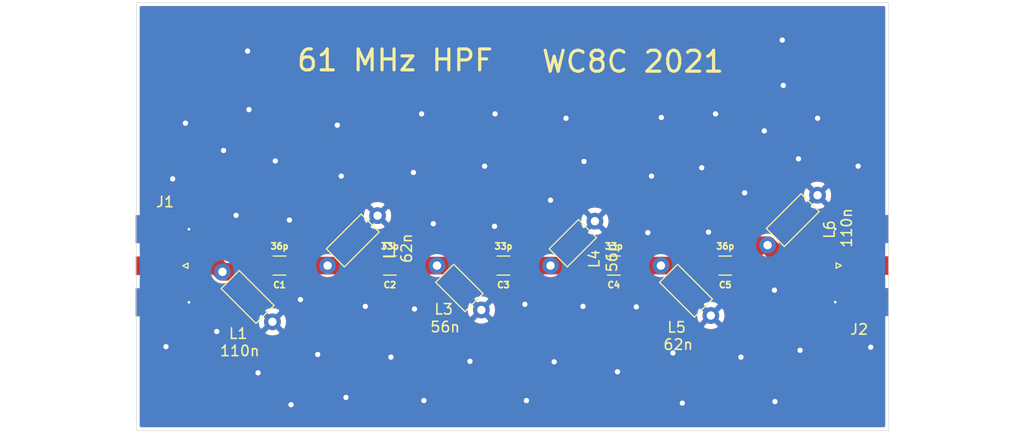
<source format=kicad_pcb>
(kicad_pcb (version 20171130) (host pcbnew "(5.1.12)-1")

  (general
    (thickness 1.6)
    (drawings 8)
    (tracks 74)
    (zones 0)
    (modules 13)
    (nets 8)
  )

  (page A4)
  (layers
    (0 F.Cu signal)
    (31 B.Cu signal)
    (32 B.Adhes user)
    (33 F.Adhes user)
    (34 B.Paste user)
    (35 F.Paste user)
    (36 B.SilkS user)
    (37 F.SilkS user)
    (38 B.Mask user)
    (39 F.Mask user)
    (40 Dwgs.User user)
    (41 Cmts.User user)
    (42 Eco1.User user)
    (43 Eco2.User user)
    (44 Edge.Cuts user)
    (45 Margin user)
    (46 B.CrtYd user)
    (47 F.CrtYd user)
    (48 B.Fab user)
    (49 F.Fab user)
  )

  (setup
    (last_trace_width 0.25)
    (user_trace_width 0.5)
    (user_trace_width 1.68)
    (user_trace_width 3)
    (trace_clearance 0.2)
    (zone_clearance 0.3)
    (zone_45_only yes)
    (trace_min 0.2)
    (via_size 0.8)
    (via_drill 0.4)
    (via_min_size 0.4)
    (via_min_drill 0.3)
    (user_via 2 0.5)
    (uvia_size 0.3)
    (uvia_drill 0.1)
    (uvias_allowed no)
    (uvia_min_size 0.2)
    (uvia_min_drill 0.1)
    (edge_width 0.05)
    (segment_width 0.2)
    (pcb_text_width 0.3)
    (pcb_text_size 1.5 1.5)
    (mod_edge_width 0.12)
    (mod_text_size 1 1)
    (mod_text_width 0.15)
    (pad_size 0.97 0.97)
    (pad_drill 0.25)
    (pad_to_mask_clearance 0)
    (aux_axis_origin 0 0)
    (visible_elements 7FFFFFFF)
    (pcbplotparams
      (layerselection 0x010fc_ffffffff)
      (usegerberextensions false)
      (usegerberattributes true)
      (usegerberadvancedattributes true)
      (creategerberjobfile true)
      (excludeedgelayer true)
      (linewidth 0.100000)
      (plotframeref false)
      (viasonmask false)
      (mode 1)
      (useauxorigin false)
      (hpglpennumber 1)
      (hpglpenspeed 20)
      (hpglpendiameter 15.000000)
      (psnegative false)
      (psa4output false)
      (plotreference true)
      (plotvalue true)
      (plotinvisibletext false)
      (padsonsilk false)
      (subtractmaskfromsilk false)
      (outputformat 1)
      (mirror false)
      (drillshape 1)
      (scaleselection 1)
      (outputdirectory ""))
  )

  (net 0 "")
  (net 1 GNDREF)
  (net 2 "Net-(C1-Pad1)")
  (net 3 "Net-(C5-Pad1)")
  (net 4 "Net-(C2-Pad1)")
  (net 5 "Net-(C1-Pad2)")
  (net 6 "Net-(C3-Pad1)")
  (net 7 "Net-(C4-Pad1)")

  (net_class Default "This is the default net class."
    (clearance 0.2)
    (trace_width 0.25)
    (via_dia 0.8)
    (via_drill 0.4)
    (uvia_dia 0.3)
    (uvia_drill 0.1)
    (add_net GNDREF)
    (add_net "Net-(C1-Pad1)")
    (add_net "Net-(C1-Pad2)")
    (add_net "Net-(C2-Pad1)")
    (add_net "Net-(C3-Pad1)")
    (add_net "Net-(C4-Pad1)")
    (add_net "Net-(C5-Pad1)")
  )

  (module WC8C:Air_Inductor_6mm (layer F.Cu) (tedit 61CF5C6F) (tstamp 61CF4EC2)
    (at 149.05 99.55 45)
    (descr "Inductor, Axial series, Axial, Horizontal, pin pitch=7.62mm, , length*diameter=5.3*2.2mm^2, Vishay, IM-1, http://www.vishay.com/docs/34030/im.pdf")
    (tags "Inductor Axial series Axial Horizontal pin pitch 7.62mm  length 5.3mm diameter 2.2mm Vishay IM-1")
    (path /61CFD602)
    (fp_text reference L4 (at 3.4 2.5 -270) (layer F.SilkS)
      (effects (font (size 1 1) (thickness 0.15)))
    )
    (fp_text value 56n (at 4.7 3.6 90) (layer F.SilkS)
      (effects (font (size 1 1) (thickness 0.15)))
    )
    (fp_text user %R (at 3.1 0 -135) (layer F.Fab)
      (effects (font (size 1 1) (thickness 0.15)))
    )
    (fp_line (start 1.16 -1.1) (end 1.16 1.1) (layer F.Fab) (width 0.1))
    (fp_line (start 1.16 1.1) (end 4.9 1.1) (layer F.Fab) (width 0.1))
    (fp_line (start 4.9 1.1) (end 4.9 -1.1) (layer F.Fab) (width 0.1))
    (fp_line (start 4.9 -1.1) (end 1.16 -1.1) (layer F.Fab) (width 0.1))
    (fp_line (start 0 0) (end 1.16 0) (layer F.Fab) (width 0.1))
    (fp_line (start 6 0) (end 4.9 0) (layer F.Fab) (width 0.1))
    (fp_line (start 1.04 -1.22) (end 1.04 1.22) (layer F.SilkS) (width 0.12))
    (fp_line (start 1.04 1.22) (end 5 1.22) (layer F.SilkS) (width 0.12))
    (fp_line (start 5 1.22) (end 5 -1.22) (layer F.SilkS) (width 0.12))
    (fp_line (start 5 -1.22) (end 1.04 -1.22) (layer F.SilkS) (width 0.12))
    (fp_line (start -1.05 -1.35) (end -1.05 1.35) (layer F.CrtYd) (width 0.05))
    (fp_line (start -1.05 1.35) (end 6.9 1.35) (layer F.CrtYd) (width 0.05))
    (fp_line (start 6.9 1.35) (end 6.9 -1.35) (layer F.CrtYd) (width 0.05))
    (fp_line (start 6.9 -1.35) (end -1.05 -1.35) (layer F.CrtYd) (width 0.05))
    (pad 1 thru_hole circle (at 0 0 45) (size 1.6 1.6) (drill 0.8) (layers *.Cu *.Mask)
      (net 6 "Net-(C3-Pad1)"))
    (pad 2 thru_hole oval (at 6 0 45) (size 1.6 1.6) (drill 0.8) (layers *.Cu *.Mask)
      (net 1 GNDREF))
    (model ${KISYS3DMOD}/Inductor_THT.3dshapes/L_Axial_L5.3mm_D2.2mm_P7.62mm_Horizontal_Vishay_IM-1.wrl
      (at (xyz 0 0 0))
      (scale (xyz 1 1 1))
      (rotate (xyz 0 0 0))
    )
  )

  (module WC8C:Air_Inductor_6mm (layer F.Cu) (tedit 61CF5C6F) (tstamp 61CF5579)
    (at 138.2 99.55 315)
    (descr "Inductor, Axial series, Axial, Horizontal, pin pitch=7.62mm, , length*diameter=5.3*2.2mm^2, Vishay, IM-1, http://www.vishay.com/docs/34030/im.pdf")
    (tags "Inductor Axial series Axial Horizontal pin pitch 7.62mm  length 5.3mm diameter 2.2mm Vishay IM-1")
    (path /61CFC9E2)
    (fp_text reference L3 (at 3.4 2.5) (layer F.SilkS)
      (effects (font (size 1 1) (thickness 0.15)))
    )
    (fp_text value 56n (at 4.7 3.6) (layer F.SilkS)
      (effects (font (size 1 1) (thickness 0.15)))
    )
    (fp_text user %R (at 3.1 0 315) (layer F.Fab)
      (effects (font (size 1 1) (thickness 0.15)))
    )
    (fp_line (start 1.16 -1.1) (end 1.16 1.1) (layer F.Fab) (width 0.1))
    (fp_line (start 1.16 1.1) (end 4.9 1.1) (layer F.Fab) (width 0.1))
    (fp_line (start 4.9 1.1) (end 4.9 -1.1) (layer F.Fab) (width 0.1))
    (fp_line (start 4.9 -1.1) (end 1.16 -1.1) (layer F.Fab) (width 0.1))
    (fp_line (start 0 0) (end 1.16 0) (layer F.Fab) (width 0.1))
    (fp_line (start 6 0) (end 4.9 0) (layer F.Fab) (width 0.1))
    (fp_line (start 1.04 -1.22) (end 1.04 1.22) (layer F.SilkS) (width 0.12))
    (fp_line (start 1.04 1.22) (end 5 1.22) (layer F.SilkS) (width 0.12))
    (fp_line (start 5 1.22) (end 5 -1.22) (layer F.SilkS) (width 0.12))
    (fp_line (start 5 -1.22) (end 1.04 -1.22) (layer F.SilkS) (width 0.12))
    (fp_line (start -1.05 -1.35) (end -1.05 1.35) (layer F.CrtYd) (width 0.05))
    (fp_line (start -1.05 1.35) (end 6.9 1.35) (layer F.CrtYd) (width 0.05))
    (fp_line (start 6.9 1.35) (end 6.9 -1.35) (layer F.CrtYd) (width 0.05))
    (fp_line (start 6.9 -1.35) (end -1.05 -1.35) (layer F.CrtYd) (width 0.05))
    (pad 1 thru_hole circle (at 0 0 315) (size 1.6 1.6) (drill 0.8) (layers *.Cu *.Mask)
      (net 4 "Net-(C2-Pad1)"))
    (pad 2 thru_hole oval (at 6 0 315) (size 1.6 1.6) (drill 0.8) (layers *.Cu *.Mask)
      (net 1 GNDREF))
    (model ${KISYS3DMOD}/Inductor_THT.3dshapes/L_Axial_L5.3mm_D2.2mm_P7.62mm_Horizontal_Vishay_IM-1.wrl
      (at (xyz 0 0 0))
      (scale (xyz 1 1 1))
      (rotate (xyz 0 0 0))
    )
  )

  (module WC8C:Air_Inductor_6.75mm (layer F.Cu) (tedit 61CF5AD3) (tstamp 61CF4EEC)
    (at 169.8 97.6 45)
    (descr "Inductor, Axial series, Axial, Horizontal, pin pitch=7.62mm, , length*diameter=5.3*2.2mm^2, Vishay, IM-1, http://www.vishay.com/docs/34030/im.pdf")
    (tags "Inductor Axial series Axial Horizontal pin pitch 7.62mm  length 5.3mm diameter 2.2mm Vishay IM-1")
    (path /61CFDF16)
    (fp_text reference L6 (at 5.23259 3.11127 -270) (layer F.SilkS)
      (effects (font (size 1 1) (thickness 0.15)))
    )
    (fp_text value 110n (at 6.505382 4.17193 90) (layer F.SilkS)
      (effects (font (size 1 1) (thickness 0.15)))
    )
    (fp_text user %R (at 3.5 0 -135) (layer F.Fab)
      (effects (font (size 1 1) (thickness 0.15)))
    )
    (fp_line (start 1.16 -1.1) (end 1.16 1.1) (layer F.Fab) (width 0.1))
    (fp_line (start 1.16 1.1) (end 5.6 1.1) (layer F.Fab) (width 0.1))
    (fp_line (start 5.6 1.1) (end 5.6 -1.1) (layer F.Fab) (width 0.1))
    (fp_line (start 5.6 -1.1) (end 1.16 -1.1) (layer F.Fab) (width 0.1))
    (fp_line (start 0 0) (end 1.16 0) (layer F.Fab) (width 0.1))
    (fp_line (start 7.62 0) (end 6.46 0) (layer F.Fab) (width 0.1))
    (fp_line (start 1.04 -1.22) (end 1.04 1.22) (layer F.SilkS) (width 0.12))
    (fp_line (start 1.04 1.22) (end 5.75 1.22) (layer F.SilkS) (width 0.12))
    (fp_line (start 5.75 1.22) (end 5.75 -1.22) (layer F.SilkS) (width 0.12))
    (fp_line (start 5.75 -1.22) (end 1.04 -1.22) (layer F.SilkS) (width 0.12))
    (fp_line (start -1.05 -1.35) (end -1.05 1.35) (layer F.CrtYd) (width 0.05))
    (fp_line (start -1.05 1.35) (end 7.75 1.35) (layer F.CrtYd) (width 0.05))
    (fp_line (start 7.75 1.35) (end 7.75 -1.35) (layer F.CrtYd) (width 0.05))
    (fp_line (start 7.75 -1.35) (end -1.05 -1.35) (layer F.CrtYd) (width 0.05))
    (pad 1 thru_hole circle (at 0 0 45) (size 1.6 1.6) (drill 0.8) (layers *.Cu *.Mask)
      (net 3 "Net-(C5-Pad1)"))
    (pad 2 thru_hole oval (at 6.75 0 45) (size 1.6 1.6) (drill 0.8) (layers *.Cu *.Mask)
      (net 1 GNDREF))
    (model ${KISYS3DMOD}/Inductor_THT.3dshapes/L_Axial_L5.3mm_D2.2mm_P7.62mm_Horizontal_Vishay_IM-1.wrl
      (at (xyz 0 0 0))
      (scale (xyz 1 1 1))
      (rotate (xyz 0 0 0))
    )
  )

  (module WC8C:Air_Inductor_6.75mm (layer F.Cu) (tedit 61CF5AD3) (tstamp 61CF4ED7)
    (at 159.6 99.55 315)
    (descr "Inductor, Axial series, Axial, Horizontal, pin pitch=7.62mm, , length*diameter=5.3*2.2mm^2, Vishay, IM-1, http://www.vishay.com/docs/34030/im.pdf")
    (tags "Inductor Axial series Axial Horizontal pin pitch 7.62mm  length 5.3mm diameter 2.2mm Vishay IM-1")
    (path /61CFDD92)
    (fp_text reference L5 (at 5.23259 3.11127) (layer F.SilkS)
      (effects (font (size 1 1) (thickness 0.15)))
    )
    (fp_text value 62n (at 6.505382 4.17193) (layer F.SilkS)
      (effects (font (size 1 1) (thickness 0.15)))
    )
    (fp_text user %R (at 3.5 0 315) (layer F.Fab)
      (effects (font (size 1 1) (thickness 0.15)))
    )
    (fp_line (start 1.16 -1.1) (end 1.16 1.1) (layer F.Fab) (width 0.1))
    (fp_line (start 1.16 1.1) (end 5.6 1.1) (layer F.Fab) (width 0.1))
    (fp_line (start 5.6 1.1) (end 5.6 -1.1) (layer F.Fab) (width 0.1))
    (fp_line (start 5.6 -1.1) (end 1.16 -1.1) (layer F.Fab) (width 0.1))
    (fp_line (start 0 0) (end 1.16 0) (layer F.Fab) (width 0.1))
    (fp_line (start 7.62 0) (end 6.46 0) (layer F.Fab) (width 0.1))
    (fp_line (start 1.04 -1.22) (end 1.04 1.22) (layer F.SilkS) (width 0.12))
    (fp_line (start 1.04 1.22) (end 5.75 1.22) (layer F.SilkS) (width 0.12))
    (fp_line (start 5.75 1.22) (end 5.75 -1.22) (layer F.SilkS) (width 0.12))
    (fp_line (start 5.75 -1.22) (end 1.04 -1.22) (layer F.SilkS) (width 0.12))
    (fp_line (start -1.05 -1.35) (end -1.05 1.35) (layer F.CrtYd) (width 0.05))
    (fp_line (start -1.05 1.35) (end 7.75 1.35) (layer F.CrtYd) (width 0.05))
    (fp_line (start 7.75 1.35) (end 7.75 -1.35) (layer F.CrtYd) (width 0.05))
    (fp_line (start 7.75 -1.35) (end -1.05 -1.35) (layer F.CrtYd) (width 0.05))
    (pad 1 thru_hole circle (at 0 0 315) (size 1.6 1.6) (drill 0.8) (layers *.Cu *.Mask)
      (net 7 "Net-(C4-Pad1)"))
    (pad 2 thru_hole oval (at 6.75 0 315) (size 1.6 1.6) (drill 0.8) (layers *.Cu *.Mask)
      (net 1 GNDREF))
    (model ${KISYS3DMOD}/Inductor_THT.3dshapes/L_Axial_L5.3mm_D2.2mm_P7.62mm_Horizontal_Vishay_IM-1.wrl
      (at (xyz 0 0 0))
      (scale (xyz 1 1 1))
      (rotate (xyz 0 0 0))
    )
  )

  (module WC8C:Air_Inductor_6.75mm (layer F.Cu) (tedit 61CF5AD3) (tstamp 61CF4E98)
    (at 127.75 99.55 45)
    (descr "Inductor, Axial series, Axial, Horizontal, pin pitch=7.62mm, , length*diameter=5.3*2.2mm^2, Vishay, IM-1, http://www.vishay.com/docs/34030/im.pdf")
    (tags "Inductor Axial series Axial Horizontal pin pitch 7.62mm  length 5.3mm diameter 2.2mm Vishay IM-1")
    (path /61CFC04A)
    (fp_text reference L2 (at 5.23259 3.11127 -270) (layer F.SilkS)
      (effects (font (size 1 1) (thickness 0.15)))
    )
    (fp_text value 62n (at 6.505382 4.17193 90) (layer F.SilkS)
      (effects (font (size 1 1) (thickness 0.15)))
    )
    (fp_text user %R (at 3.5 0 -135) (layer F.Fab)
      (effects (font (size 1 1) (thickness 0.15)))
    )
    (fp_line (start 1.16 -1.1) (end 1.16 1.1) (layer F.Fab) (width 0.1))
    (fp_line (start 1.16 1.1) (end 5.6 1.1) (layer F.Fab) (width 0.1))
    (fp_line (start 5.6 1.1) (end 5.6 -1.1) (layer F.Fab) (width 0.1))
    (fp_line (start 5.6 -1.1) (end 1.16 -1.1) (layer F.Fab) (width 0.1))
    (fp_line (start 0 0) (end 1.16 0) (layer F.Fab) (width 0.1))
    (fp_line (start 7.62 0) (end 6.46 0) (layer F.Fab) (width 0.1))
    (fp_line (start 1.04 -1.22) (end 1.04 1.22) (layer F.SilkS) (width 0.12))
    (fp_line (start 1.04 1.22) (end 5.75 1.22) (layer F.SilkS) (width 0.12))
    (fp_line (start 5.75 1.22) (end 5.75 -1.22) (layer F.SilkS) (width 0.12))
    (fp_line (start 5.75 -1.22) (end 1.04 -1.22) (layer F.SilkS) (width 0.12))
    (fp_line (start -1.05 -1.35) (end -1.05 1.35) (layer F.CrtYd) (width 0.05))
    (fp_line (start -1.05 1.35) (end 7.75 1.35) (layer F.CrtYd) (width 0.05))
    (fp_line (start 7.75 1.35) (end 7.75 -1.35) (layer F.CrtYd) (width 0.05))
    (fp_line (start 7.75 -1.35) (end -1.05 -1.35) (layer F.CrtYd) (width 0.05))
    (pad 1 thru_hole circle (at 0 0 45) (size 1.6 1.6) (drill 0.8) (layers *.Cu *.Mask)
      (net 2 "Net-(C1-Pad1)"))
    (pad 2 thru_hole oval (at 6.75 0 45) (size 1.6 1.6) (drill 0.8) (layers *.Cu *.Mask)
      (net 1 GNDREF))
    (model ${KISYS3DMOD}/Inductor_THT.3dshapes/L_Axial_L5.3mm_D2.2mm_P7.62mm_Horizontal_Vishay_IM-1.wrl
      (at (xyz 0 0 0))
      (scale (xyz 1 1 1))
      (rotate (xyz 0 0 0))
    )
  )

  (module WC8C:Air_Inductor_6.75mm (layer F.Cu) (tedit 61CF5AD3) (tstamp 61CF4E83)
    (at 117.7 100.15 315)
    (descr "Inductor, Axial series, Axial, Horizontal, pin pitch=7.62mm, , length*diameter=5.3*2.2mm^2, Vishay, IM-1, http://www.vishay.com/docs/34030/im.pdf")
    (tags "Inductor Axial series Axial Horizontal pin pitch 7.62mm  length 5.3mm diameter 2.2mm Vishay IM-1")
    (path /61CF4B9A)
    (fp_text reference L1 (at 5.23259 3.11127) (layer F.SilkS)
      (effects (font (size 1 1) (thickness 0.15)))
    )
    (fp_text value 110n (at 6.505382 4.17193) (layer F.SilkS)
      (effects (font (size 1 1) (thickness 0.15)))
    )
    (fp_text user %R (at 3.5 0 315) (layer F.Fab)
      (effects (font (size 1 1) (thickness 0.15)))
    )
    (fp_line (start 1.16 -1.1) (end 1.16 1.1) (layer F.Fab) (width 0.1))
    (fp_line (start 1.16 1.1) (end 5.6 1.1) (layer F.Fab) (width 0.1))
    (fp_line (start 5.6 1.1) (end 5.6 -1.1) (layer F.Fab) (width 0.1))
    (fp_line (start 5.6 -1.1) (end 1.16 -1.1) (layer F.Fab) (width 0.1))
    (fp_line (start 0 0) (end 1.16 0) (layer F.Fab) (width 0.1))
    (fp_line (start 7.62 0) (end 6.46 0) (layer F.Fab) (width 0.1))
    (fp_line (start 1.04 -1.22) (end 1.04 1.22) (layer F.SilkS) (width 0.12))
    (fp_line (start 1.04 1.22) (end 5.75 1.22) (layer F.SilkS) (width 0.12))
    (fp_line (start 5.75 1.22) (end 5.75 -1.22) (layer F.SilkS) (width 0.12))
    (fp_line (start 5.75 -1.22) (end 1.04 -1.22) (layer F.SilkS) (width 0.12))
    (fp_line (start -1.05 -1.35) (end -1.05 1.35) (layer F.CrtYd) (width 0.05))
    (fp_line (start -1.05 1.35) (end 7.75 1.35) (layer F.CrtYd) (width 0.05))
    (fp_line (start 7.75 1.35) (end 7.75 -1.35) (layer F.CrtYd) (width 0.05))
    (fp_line (start 7.75 -1.35) (end -1.05 -1.35) (layer F.CrtYd) (width 0.05))
    (pad 1 thru_hole circle (at 0 0 315) (size 1.6 1.6) (drill 0.8) (layers *.Cu *.Mask)
      (net 5 "Net-(C1-Pad2)"))
    (pad 2 thru_hole oval (at 6.75 0 315) (size 1.6 1.6) (drill 0.8) (layers *.Cu *.Mask)
      (net 1 GNDREF))
    (model ${KISYS3DMOD}/Inductor_THT.3dshapes/L_Axial_L5.3mm_D2.2mm_P7.62mm_Horizontal_Vishay_IM-1.wrl
      (at (xyz 0 0 0))
      (scale (xyz 1 1 1))
      (rotate (xyz 0 0 0))
    )
  )

  (module WC8C:SMD_Combo_1206_0805 (layer F.Cu) (tedit 61AB688E) (tstamp 61CF4DB6)
    (at 165.75 99.55 180)
    (descr "Capacitor SMD 1206 (3216 Metric), square (rectangular) end terminal, IPC_7351 nominal with elongated pad for handsoldering. (Body size source: IPC-SM-782 page 76, https://www.pcb-3d.com/wordpress/wp-content/uploads/ipc-sm-782a_amendment_1_and_2.pdf), generated with kicad-footprint-generator")
    (tags "capacitor handsolder")
    (path /61CFDD98)
    (attr smd)
    (fp_text reference C5 (at 0 -1.85) (layer F.SilkS)
      (effects (font (size 0.6 0.6) (thickness 0.15)))
    )
    (fp_text value 36p (at 0 1.85) (layer F.SilkS)
      (effects (font (size 0.6 0.6) (thickness 0.15)))
    )
    (fp_line (start 2.48 1.15) (end -2.48 1.15) (layer F.CrtYd) (width 0.05))
    (fp_line (start 2.48 -1.15) (end 2.48 1.15) (layer F.CrtYd) (width 0.05))
    (fp_line (start -2.48 -1.15) (end 2.48 -1.15) (layer F.CrtYd) (width 0.05))
    (fp_line (start -2.48 1.15) (end -2.48 -1.15) (layer F.CrtYd) (width 0.05))
    (fp_line (start -0.6096 0.9144) (end 0.6096 0.91) (layer F.SilkS) (width 0.12))
    (fp_line (start -0.6096 -0.91) (end 0.6096 -0.91) (layer F.SilkS) (width 0.12))
    (fp_line (start 1.6 0.8) (end -1.6 0.8) (layer F.Fab) (width 0.1))
    (fp_line (start 1.6 -0.8) (end 1.6 0.8) (layer F.Fab) (width 0.1))
    (fp_line (start -1.6 -0.8) (end 1.6 -0.8) (layer F.Fab) (width 0.1))
    (fp_line (start -1.6 0.8) (end -1.6 -0.8) (layer F.Fab) (width 0.1))
    (fp_text user %R (at 0 0) (layer F.Fab)
      (effects (font (size 0.4 0.4) (thickness 0.1)))
    )
    (pad 1 smd roundrect (at -1.3625 0 180) (size 1.725 1.8) (layers F.Cu F.Paste F.Mask) (roundrect_rratio 0.189)
      (net 3 "Net-(C5-Pad1)"))
    (pad 2 smd roundrect (at 1.3625 0 180) (size 1.725 1.8) (layers F.Cu F.Paste F.Mask) (roundrect_rratio 0.189)
      (net 7 "Net-(C4-Pad1)"))
    (model ${KISYS3DMOD}/Capacitor_SMD.3dshapes/C_1206_3216Metric.wrl
      (at (xyz 0 0 0))
      (scale (xyz 1 1 1))
      (rotate (xyz 0 0 0))
    )
  )

  (module WC8C:SMD_Combo_1206_0805 (layer F.Cu) (tedit 61AB688E) (tstamp 61CF4DA5)
    (at 155.1 99.55 180)
    (descr "Capacitor SMD 1206 (3216 Metric), square (rectangular) end terminal, IPC_7351 nominal with elongated pad for handsoldering. (Body size source: IPC-SM-782 page 76, https://www.pcb-3d.com/wordpress/wp-content/uploads/ipc-sm-782a_amendment_1_and_2.pdf), generated with kicad-footprint-generator")
    (tags "capacitor handsolder")
    (path /61CFD608)
    (attr smd)
    (fp_text reference C4 (at 0 -1.85) (layer F.SilkS)
      (effects (font (size 0.6 0.6) (thickness 0.15)))
    )
    (fp_text value 33p (at 0 1.85) (layer F.SilkS)
      (effects (font (size 0.6 0.6) (thickness 0.15)))
    )
    (fp_line (start 2.48 1.15) (end -2.48 1.15) (layer F.CrtYd) (width 0.05))
    (fp_line (start 2.48 -1.15) (end 2.48 1.15) (layer F.CrtYd) (width 0.05))
    (fp_line (start -2.48 -1.15) (end 2.48 -1.15) (layer F.CrtYd) (width 0.05))
    (fp_line (start -2.48 1.15) (end -2.48 -1.15) (layer F.CrtYd) (width 0.05))
    (fp_line (start -0.6096 0.9144) (end 0.6096 0.91) (layer F.SilkS) (width 0.12))
    (fp_line (start -0.6096 -0.91) (end 0.6096 -0.91) (layer F.SilkS) (width 0.12))
    (fp_line (start 1.6 0.8) (end -1.6 0.8) (layer F.Fab) (width 0.1))
    (fp_line (start 1.6 -0.8) (end 1.6 0.8) (layer F.Fab) (width 0.1))
    (fp_line (start -1.6 -0.8) (end 1.6 -0.8) (layer F.Fab) (width 0.1))
    (fp_line (start -1.6 0.8) (end -1.6 -0.8) (layer F.Fab) (width 0.1))
    (fp_text user %R (at 0 0) (layer F.Fab)
      (effects (font (size 0.4 0.4) (thickness 0.1)))
    )
    (pad 1 smd roundrect (at -1.3625 0 180) (size 1.725 1.8) (layers F.Cu F.Paste F.Mask) (roundrect_rratio 0.189)
      (net 7 "Net-(C4-Pad1)"))
    (pad 2 smd roundrect (at 1.3625 0 180) (size 1.725 1.8) (layers F.Cu F.Paste F.Mask) (roundrect_rratio 0.189)
      (net 6 "Net-(C3-Pad1)"))
    (model ${KISYS3DMOD}/Capacitor_SMD.3dshapes/C_1206_3216Metric.wrl
      (at (xyz 0 0 0))
      (scale (xyz 1 1 1))
      (rotate (xyz 0 0 0))
    )
  )

  (module WC8C:SMD_Combo_1206_0805 (layer F.Cu) (tedit 61AB688E) (tstamp 61CF4D94)
    (at 144.55 99.55 180)
    (descr "Capacitor SMD 1206 (3216 Metric), square (rectangular) end terminal, IPC_7351 nominal with elongated pad for handsoldering. (Body size source: IPC-SM-782 page 76, https://www.pcb-3d.com/wordpress/wp-content/uploads/ipc-sm-782a_amendment_1_and_2.pdf), generated with kicad-footprint-generator")
    (tags "capacitor handsolder")
    (path /61CFC9E8)
    (attr smd)
    (fp_text reference C3 (at 0 -1.85) (layer F.SilkS)
      (effects (font (size 0.6 0.6) (thickness 0.15)))
    )
    (fp_text value 33p (at 0 1.85) (layer F.SilkS)
      (effects (font (size 0.6 0.6) (thickness 0.15)))
    )
    (fp_line (start 2.48 1.15) (end -2.48 1.15) (layer F.CrtYd) (width 0.05))
    (fp_line (start 2.48 -1.15) (end 2.48 1.15) (layer F.CrtYd) (width 0.05))
    (fp_line (start -2.48 -1.15) (end 2.48 -1.15) (layer F.CrtYd) (width 0.05))
    (fp_line (start -2.48 1.15) (end -2.48 -1.15) (layer F.CrtYd) (width 0.05))
    (fp_line (start -0.6096 0.9144) (end 0.6096 0.91) (layer F.SilkS) (width 0.12))
    (fp_line (start -0.6096 -0.91) (end 0.6096 -0.91) (layer F.SilkS) (width 0.12))
    (fp_line (start 1.6 0.8) (end -1.6 0.8) (layer F.Fab) (width 0.1))
    (fp_line (start 1.6 -0.8) (end 1.6 0.8) (layer F.Fab) (width 0.1))
    (fp_line (start -1.6 -0.8) (end 1.6 -0.8) (layer F.Fab) (width 0.1))
    (fp_line (start -1.6 0.8) (end -1.6 -0.8) (layer F.Fab) (width 0.1))
    (fp_text user %R (at 0 0) (layer F.Fab)
      (effects (font (size 0.4 0.4) (thickness 0.1)))
    )
    (pad 1 smd roundrect (at -1.3625 0 180) (size 1.725 1.8) (layers F.Cu F.Paste F.Mask) (roundrect_rratio 0.189)
      (net 6 "Net-(C3-Pad1)"))
    (pad 2 smd roundrect (at 1.3625 0 180) (size 1.725 1.8) (layers F.Cu F.Paste F.Mask) (roundrect_rratio 0.189)
      (net 4 "Net-(C2-Pad1)"))
    (model ${KISYS3DMOD}/Capacitor_SMD.3dshapes/C_1206_3216Metric.wrl
      (at (xyz 0 0 0))
      (scale (xyz 1 1 1))
      (rotate (xyz 0 0 0))
    )
  )

  (module WC8C:SMD_Combo_1206_0805 (layer F.Cu) (tedit 61AB688E) (tstamp 61CF4D83)
    (at 133.7 99.55 180)
    (descr "Capacitor SMD 1206 (3216 Metric), square (rectangular) end terminal, IPC_7351 nominal with elongated pad for handsoldering. (Body size source: IPC-SM-782 page 76, https://www.pcb-3d.com/wordpress/wp-content/uploads/ipc-sm-782a_amendment_1_and_2.pdf), generated with kicad-footprint-generator")
    (tags "capacitor handsolder")
    (path /61CFC050)
    (attr smd)
    (fp_text reference C2 (at 0 -1.85) (layer F.SilkS)
      (effects (font (size 0.6 0.6) (thickness 0.15)))
    )
    (fp_text value 33p (at 0 1.85) (layer F.SilkS)
      (effects (font (size 0.6 0.6) (thickness 0.15)))
    )
    (fp_line (start 2.48 1.15) (end -2.48 1.15) (layer F.CrtYd) (width 0.05))
    (fp_line (start 2.48 -1.15) (end 2.48 1.15) (layer F.CrtYd) (width 0.05))
    (fp_line (start -2.48 -1.15) (end 2.48 -1.15) (layer F.CrtYd) (width 0.05))
    (fp_line (start -2.48 1.15) (end -2.48 -1.15) (layer F.CrtYd) (width 0.05))
    (fp_line (start -0.6096 0.9144) (end 0.6096 0.91) (layer F.SilkS) (width 0.12))
    (fp_line (start -0.6096 -0.91) (end 0.6096 -0.91) (layer F.SilkS) (width 0.12))
    (fp_line (start 1.6 0.8) (end -1.6 0.8) (layer F.Fab) (width 0.1))
    (fp_line (start 1.6 -0.8) (end 1.6 0.8) (layer F.Fab) (width 0.1))
    (fp_line (start -1.6 -0.8) (end 1.6 -0.8) (layer F.Fab) (width 0.1))
    (fp_line (start -1.6 0.8) (end -1.6 -0.8) (layer F.Fab) (width 0.1))
    (fp_text user %R (at 0 0) (layer F.Fab)
      (effects (font (size 0.4 0.4) (thickness 0.1)))
    )
    (pad 1 smd roundrect (at -1.3625 0 180) (size 1.725 1.8) (layers F.Cu F.Paste F.Mask) (roundrect_rratio 0.189)
      (net 4 "Net-(C2-Pad1)"))
    (pad 2 smd roundrect (at 1.3625 0 180) (size 1.725 1.8) (layers F.Cu F.Paste F.Mask) (roundrect_rratio 0.189)
      (net 2 "Net-(C1-Pad1)"))
    (model ${KISYS3DMOD}/Capacitor_SMD.3dshapes/C_1206_3216Metric.wrl
      (at (xyz 0 0 0))
      (scale (xyz 1 1 1))
      (rotate (xyz 0 0 0))
    )
  )

  (module WC8C:SMD_Combo_1206_0805 (layer F.Cu) (tedit 61AB688E) (tstamp 61CF4D72)
    (at 123.15 99.55 180)
    (descr "Capacitor SMD 1206 (3216 Metric), square (rectangular) end terminal, IPC_7351 nominal with elongated pad for handsoldering. (Body size source: IPC-SM-782 page 76, https://www.pcb-3d.com/wordpress/wp-content/uploads/ipc-sm-782a_amendment_1_and_2.pdf), generated with kicad-footprint-generator")
    (tags "capacitor handsolder")
    (path /61CF50B2)
    (attr smd)
    (fp_text reference C1 (at 0 -1.85) (layer F.SilkS)
      (effects (font (size 0.6 0.6) (thickness 0.15)))
    )
    (fp_text value 36p (at 0 1.85) (layer F.SilkS)
      (effects (font (size 0.6 0.6) (thickness 0.15)))
    )
    (fp_line (start 2.48 1.15) (end -2.48 1.15) (layer F.CrtYd) (width 0.05))
    (fp_line (start 2.48 -1.15) (end 2.48 1.15) (layer F.CrtYd) (width 0.05))
    (fp_line (start -2.48 -1.15) (end 2.48 -1.15) (layer F.CrtYd) (width 0.05))
    (fp_line (start -2.48 1.15) (end -2.48 -1.15) (layer F.CrtYd) (width 0.05))
    (fp_line (start -0.6096 0.9144) (end 0.6096 0.91) (layer F.SilkS) (width 0.12))
    (fp_line (start -0.6096 -0.91) (end 0.6096 -0.91) (layer F.SilkS) (width 0.12))
    (fp_line (start 1.6 0.8) (end -1.6 0.8) (layer F.Fab) (width 0.1))
    (fp_line (start 1.6 -0.8) (end 1.6 0.8) (layer F.Fab) (width 0.1))
    (fp_line (start -1.6 -0.8) (end 1.6 -0.8) (layer F.Fab) (width 0.1))
    (fp_line (start -1.6 0.8) (end -1.6 -0.8) (layer F.Fab) (width 0.1))
    (fp_text user %R (at 0 0) (layer F.Fab)
      (effects (font (size 0.4 0.4) (thickness 0.1)))
    )
    (pad 1 smd roundrect (at -1.3625 0 180) (size 1.725 1.8) (layers F.Cu F.Paste F.Mask) (roundrect_rratio 0.189)
      (net 2 "Net-(C1-Pad1)"))
    (pad 2 smd roundrect (at 1.3625 0 180) (size 1.725 1.8) (layers F.Cu F.Paste F.Mask) (roundrect_rratio 0.189)
      (net 5 "Net-(C1-Pad2)"))
    (model ${KISYS3DMOD}/Capacitor_SMD.3dshapes/C_1206_3216Metric.wrl
      (at (xyz 0 0 0))
      (scale (xyz 1 1 1))
      (rotate (xyz 0 0 0))
    )
  )

  (module Connector_Coaxial:SMA_Molex_73251-2120_EdgeMount_Horizontal (layer F.Cu) (tedit 61CF4DC2) (tstamp 605C7DEA)
    (at 179.25 99.55)
    (descr "Molex SMA RF Connector, Edge Mount, (http://www.molex.com/pdm_docs/sd/732512120_sd.pdf)")
    (tags "sma edge")
    (path /60237382)
    (attr smd)
    (fp_text reference J2 (at -0.705 6.1) (layer F.SilkS)
      (effects (font (size 1 1) (thickness 0.15)))
    )
    (fp_text value SMA (at -0.1 -6.2) (layer F.Fab)
      (effects (font (size 1 1) (thickness 0.15)))
    )
    (fp_line (start 3.115 3.175) (end -1.715 3.175) (layer F.Fab) (width 0.1))
    (fp_line (start 3.115 -3.175) (end 3.115 3.175) (layer F.Fab) (width 0.1))
    (fp_line (start -1.715 -3.175) (end 3.115 -3.175) (layer F.Fab) (width 0.1))
    (fp_line (start 2.095 -2.155) (end 2.095 2.155) (layer F.Fab) (width 0.1))
    (fp_line (start 14.545 2.64) (end 3.115 2.64) (layer F.Fab) (width 0.1))
    (fp_line (start 14.545 -2.64) (end 14.545 2.64) (layer F.Fab) (width 0.1))
    (fp_line (start 14.545 -2.64) (end 3.115 -2.64) (layer F.Fab) (width 0.1))
    (fp_line (start 2.095 2.155) (end -1.715 2.155) (layer F.Fab) (width 0.1))
    (fp_line (start 2.095 -2.155) (end -1.715 -2.155) (layer F.Fab) (width 0.1))
    (fp_line (start -3.975 -5.33) (end 15.045 -5.33) (layer F.CrtYd) (width 0.05))
    (fp_line (start -3.975 -5.33) (end -3.975 5.33) (layer F.CrtYd) (width 0.05))
    (fp_line (start 15.045 5.33) (end -3.975 5.33) (layer F.CrtYd) (width 0.05))
    (fp_line (start 15.045 -5.33) (end 15.045 5.33) (layer F.CrtYd) (width 0.05))
    (fp_line (start -1.715 -3.175) (end -1.715 -2.155) (layer F.Fab) (width 0.1))
    (fp_line (start -1.715 -0.635) (end -1.715 0.635) (layer F.Fab) (width 0.1))
    (fp_line (start 2.095 0.635) (end -1.715 0.635) (layer F.Fab) (width 0.1))
    (fp_line (start 2.095 -0.635) (end -1.715 -0.635) (layer F.Fab) (width 0.1))
    (fp_line (start -2.4 0) (end -2.9 -0.25) (layer F.SilkS) (width 0.12))
    (fp_line (start -2.9 -0.25) (end -2.9 0.25) (layer F.SilkS) (width 0.12))
    (fp_line (start -2.9 0.25) (end -2.4 0) (layer F.SilkS) (width 0.12))
    (fp_line (start -2.9 -0.25) (end -2.4 0) (layer F.Fab) (width 0.1))
    (fp_line (start -2.4 0) (end -2.9 0.25) (layer F.Fab) (width 0.1))
    (fp_line (start -2.9 0.25) (end -2.9 -0.25) (layer F.Fab) (width 0.1))
    (fp_line (start -1.715 3.175) (end -1.715 2.155) (layer F.Fab) (width 0.1))
    (fp_line (start -3.975 -5.33) (end -3.975 5.33) (layer B.CrtYd) (width 0.05))
    (fp_line (start 15.045 5.33) (end -3.975 5.33) (layer B.CrtYd) (width 0.05))
    (fp_line (start 15.045 -5.33) (end 15.045 5.33) (layer B.CrtYd) (width 0.05))
    (fp_line (start -3.975 -5.33) (end 15.045 -5.33) (layer B.CrtYd) (width 0.05))
    (fp_line (start 2.095 -0.635) (end 2.9 0) (layer F.Fab) (width 0.1))
    (fp_line (start 2.9 0) (end 2.095 0.635) (layer F.Fab) (width 0.1))
    (fp_text user %R (at 9.095 0) (layer F.Fab)
      (effects (font (size 1 1) (thickness 0.15)))
    )
    (fp_text user "PCB Edge" (at 2.155 0 270) (layer Dwgs.User)
      (effects (font (size 0.5 0.5) (thickness 0.08)))
    )
    (pad 2 smd rect (at -2.54 -3.4925) (size 0.89 0.46) (layers B.Cu)
      (net 1 GNDREF) (zone_connect 2))
    (pad 2 smd rect (at -2.54 -3.4925) (size 0.89 0.46) (layers F.Cu)
      (net 1 GNDREF) (zone_connect 2))
    (pad 2 thru_hole circle (at -2.985 -3.4925) (size 0.97 0.97) (drill 0.25) (layers *.Cu)
      (net 1 GNDREF) (zone_connect 2))
    (pad 2 smd rect (at 0 3.4925) (size 4.19 2.665) (layers F.Cu F.Paste F.Mask)
      (net 1 GNDREF) (zone_connect 2))
    (pad 1 smd rect (at 0 0) (size 4.19 1.78) (layers F.Cu F.Paste F.Mask)
      (net 3 "Net-(C5-Pad1)"))
    (pad 2 smd rect (at 0 3.4925) (size 4.19 2.665) (layers B.Cu B.Paste B.Mask)
      (net 1 GNDREF) (zone_connect 2))
    (pad 2 smd rect (at 0 -3.4925) (size 4.19 2.665) (layers F.Cu F.Paste F.Mask)
      (net 1 GNDREF) (zone_connect 2))
    (pad 2 smd rect (at 0 -3.4925) (size 4.19 2.665) (layers B.Cu B.Paste B.Mask)
      (net 1 GNDREF) (zone_connect 2))
    (pad 2 smd rect (at -2.54 3.4925) (size 0.89 0.46) (layers F.Cu)
      (net 1 GNDREF) (zone_connect 2))
    (pad 2 thru_hole circle (at -2.985 3.4925) (size 0.97 0.97) (drill 0.25) (layers *.Cu)
      (net 1 GNDREF) (zone_connect 2))
    (pad 2 smd rect (at -2.54 3.4925) (size 0.89 0.46) (layers B.Cu)
      (net 1 GNDREF) (zone_connect 2))
    (model ${KISYS3DMOD}/Connector_Coaxial.3dshapes/SMA_Molex_73251-2120_EdgeMount_Horizontal.wrl
      (at (xyz 0 0 0))
      (scale (xyz 1 1 1))
      (rotate (xyz 0 0 0))
    )
  )

  (module Connector_Coaxial:SMA_Molex_73251-2120_EdgeMount_Horizontal (layer F.Cu) (tedit 61CF4E78) (tstamp 605DE757)
    (at 111.506 99.568 180)
    (descr "Molex SMA RF Connector, Edge Mount, (http://www.molex.com/pdm_docs/sd/732512120_sd.pdf)")
    (tags "sma edge")
    (path /60233EEE)
    (attr smd)
    (fp_text reference J1 (at -0.705 6.1) (layer F.SilkS)
      (effects (font (size 1 1) (thickness 0.15)))
    )
    (fp_text value SMA (at -0.1 -6.2) (layer F.Fab)
      (effects (font (size 1 1) (thickness 0.15)))
    )
    (fp_line (start 2.9 0) (end 2.095 0.635) (layer F.Fab) (width 0.1))
    (fp_line (start 2.095 -0.635) (end 2.9 0) (layer F.Fab) (width 0.1))
    (fp_line (start -3.975 -5.33) (end 15.045 -5.33) (layer B.CrtYd) (width 0.05))
    (fp_line (start 15.045 -5.33) (end 15.045 5.33) (layer B.CrtYd) (width 0.05))
    (fp_line (start 15.045 5.33) (end -3.975 5.33) (layer B.CrtYd) (width 0.05))
    (fp_line (start -3.975 -5.33) (end -3.975 5.33) (layer B.CrtYd) (width 0.05))
    (fp_line (start -1.715 3.175) (end -1.715 2.155) (layer F.Fab) (width 0.1))
    (fp_line (start -2.9 0.25) (end -2.9 -0.25) (layer F.Fab) (width 0.1))
    (fp_line (start -2.4 0) (end -2.9 0.25) (layer F.Fab) (width 0.1))
    (fp_line (start -2.9 -0.25) (end -2.4 0) (layer F.Fab) (width 0.1))
    (fp_line (start -2.9 0.25) (end -2.4 0) (layer F.SilkS) (width 0.12))
    (fp_line (start -2.9 -0.25) (end -2.9 0.25) (layer F.SilkS) (width 0.12))
    (fp_line (start -2.4 0) (end -2.9 -0.25) (layer F.SilkS) (width 0.12))
    (fp_line (start 2.095 -0.635) (end -1.715 -0.635) (layer F.Fab) (width 0.1))
    (fp_line (start 2.095 0.635) (end -1.715 0.635) (layer F.Fab) (width 0.1))
    (fp_line (start -1.715 -0.635) (end -1.715 0.635) (layer F.Fab) (width 0.1))
    (fp_line (start -1.715 -3.175) (end -1.715 -2.155) (layer F.Fab) (width 0.1))
    (fp_line (start 15.045 -5.33) (end 15.045 5.33) (layer F.CrtYd) (width 0.05))
    (fp_line (start 15.045 5.33) (end -3.975 5.33) (layer F.CrtYd) (width 0.05))
    (fp_line (start -3.975 -5.33) (end -3.975 5.33) (layer F.CrtYd) (width 0.05))
    (fp_line (start -3.975 -5.33) (end 15.045 -5.33) (layer F.CrtYd) (width 0.05))
    (fp_line (start 2.095 -2.155) (end -1.715 -2.155) (layer F.Fab) (width 0.1))
    (fp_line (start 2.095 2.155) (end -1.715 2.155) (layer F.Fab) (width 0.1))
    (fp_line (start 14.545 -2.64) (end 3.115 -2.64) (layer F.Fab) (width 0.1))
    (fp_line (start 14.545 -2.64) (end 14.545 2.64) (layer F.Fab) (width 0.1))
    (fp_line (start 14.545 2.64) (end 3.115 2.64) (layer F.Fab) (width 0.1))
    (fp_line (start 2.095 -2.155) (end 2.095 2.155) (layer F.Fab) (width 0.1))
    (fp_line (start -1.715 -3.175) (end 3.115 -3.175) (layer F.Fab) (width 0.1))
    (fp_line (start 3.115 -3.175) (end 3.115 3.175) (layer F.Fab) (width 0.1))
    (fp_line (start 3.115 3.175) (end -1.715 3.175) (layer F.Fab) (width 0.1))
    (fp_text user "PCB Edge" (at 2.155 0 270) (layer Dwgs.User)
      (effects (font (size 0.5 0.5) (thickness 0.08)))
    )
    (fp_text user %R (at 9.095 0) (layer F.Fab)
      (effects (font (size 1 1) (thickness 0.15)))
    )
    (pad 2 smd rect (at -2.54 3.4925 180) (size 0.89 0.46) (layers B.Cu)
      (net 1 GNDREF) (zone_connect 2))
    (pad 2 thru_hole circle (at -2.985 3.4925 180) (size 0.97 0.97) (drill 0.25) (layers *.Cu)
      (net 1 GNDREF) (zone_connect 2))
    (pad 2 smd rect (at -2.54 3.4925 180) (size 0.89 0.46) (layers F.Cu)
      (net 1 GNDREF) (zone_connect 2))
    (pad 2 smd rect (at 0 -3.4925 180) (size 4.19 2.665) (layers B.Cu B.Paste B.Mask)
      (net 1 GNDREF) (zone_connect 2))
    (pad 2 smd rect (at 0 -3.4925 180) (size 4.19 2.665) (layers F.Cu F.Paste F.Mask)
      (net 1 GNDREF) (zone_connect 2))
    (pad 2 smd rect (at 0 3.4925 180) (size 4.19 2.665) (layers B.Cu B.Paste B.Mask)
      (net 1 GNDREF) (zone_connect 2))
    (pad 1 smd rect (at 0 0 180) (size 4.19 1.78) (layers F.Cu F.Paste F.Mask)
      (net 5 "Net-(C1-Pad2)"))
    (pad 2 smd rect (at 0 3.4925 180) (size 4.19 2.665) (layers F.Cu F.Paste F.Mask)
      (net 1 GNDREF) (zone_connect 2))
    (pad 2 thru_hole circle (at -2.985 -3.4925 180) (size 0.97 0.97) (drill 0.25) (layers *.Cu)
      (net 1 GNDREF) (zone_connect 2))
    (pad 2 smd rect (at -2.54 -3.4925 180) (size 0.89 0.46) (layers F.Cu)
      (net 1 GNDREF) (zone_connect 2))
    (pad 2 smd rect (at -2.54 -3.4925 180) (size 0.89 0.46) (layers B.Cu)
      (net 1 GNDREF) (zone_connect 2))
    (model ${KISYS3DMOD}/Connector_Coaxial.3dshapes/SMA_Molex_73251-2120_EdgeMount_Horizontal.wrl
      (at (xyz 0 0 0))
      (scale (xyz 1 1 1))
      (rotate (xyz 0 0 0))
    )
  )

  (gr_line (start 109.474 74.422) (end 181.356 74.422) (layer Edge.Cuts) (width 0.05) (tstamp 605C7E6B))
  (gr_line (start 109.474 115.316) (end 109.474 74.422) (layer Edge.Cuts) (width 0.05))
  (gr_line (start 181.356 115.316) (end 109.474 115.316) (layer Edge.Cuts) (width 0.05) (tstamp 605C7E6E))
  (gr_line (start 181.356 74.422) (end 181.356 115.316) (layer Edge.Cuts) (width 0.05) (tstamp 605C7E71))
  (gr_text "WC8C 2021 " (at 157.6832 80.0608) (layer F.Cu) (tstamp 6044FE3A)
    (effects (font (size 2 2) (thickness 0.3)))
  )
  (gr_text "61 MHz HPF" (at 134.1882 79.9338) (layer F.SilkS) (tstamp 6044FE3D)
    (effects (font (size 2 2) (thickness 0.3)))
  )
  (gr_text "61 MHz HPF" (at 134.1882 79.9338) (layer F.Cu) (tstamp 6044FE37)
    (effects (font (size 2 2) (thickness 0.3)))
  )
  (gr_text "WC8C 2021 " (at 157.6832 80.0608) (layer F.SilkS) (tstamp 6044FE34)
    (effects (font (size 2 2) (thickness 0.3)))
  )

  (segment (start 114.9609 103.5304) (end 114.491 103.0605) (width 0.25) (layer F.Cu) (net 1))
  (via (at 128.6764 86.1314) (size 2) (drill 0.5) (layers F.Cu B.Cu) (net 1) (tstamp 61A8CF0E))
  (via (at 150.5331 85.471) (size 2) (drill 0.5) (layers F.Cu B.Cu) (net 1) (tstamp 61A8CF18))
  (via (at 169.4815 86.6775) (size 2) (drill 0.5) (layers F.Cu B.Cu) (net 1) (tstamp 61A8CF38))
  (via (at 112.9411 91.2622) (size 2) (drill 0.5) (layers F.Cu B.Cu) (net 1) (tstamp 61ABDDAD))
  (via (at 114.1603 85.9409) (size 2) (drill 0.5) (layers F.Cu B.Cu) (net 1) (tstamp 61ABDDAF))
  (via (at 120.2309 84.6455) (size 2) (drill 0.5) (layers F.Cu B.Cu) (net 1) (tstamp 61ABDDB1))
  (via (at 136.7282 85.0519) (size 2) (drill 0.5) (layers F.Cu B.Cu) (net 1) (tstamp 61ABDDB3))
  (via (at 143.7513 85.0519) (size 2) (drill 0.5) (layers F.Cu B.Cu) (net 1) (tstamp 61ABDDB5))
  (via (at 159.639 85.3948) (size 2) (drill 0.5) (layers F.Cu B.Cu) (net 1) (tstamp 61ABDDB7))
  (via (at 164.8206 85.0519) (size 2) (drill 0.5) (layers F.Cu B.Cu) (net 1) (tstamp 61ABDDB9))
  (via (at 171.2976 82.3341) (size 2) (drill 0.5) (layers F.Cu B.Cu) (net 1) (tstamp 61ABDDBF))
  (via (at 174.5742 85.471) (size 2) (drill 0.5) (layers F.Cu B.Cu) (net 1) (tstamp 61ABDDC1))
  (via (at 117.8 88.55) (size 2) (drill 0.5) (layers F.Cu B.Cu) (net 1) (tstamp 61CF7A12))
  (via (at 119 94.75) (size 2) (drill 0.5) (layers F.Cu B.Cu) (net 1) (tstamp 61CF7A14))
  (via (at 124.1 95.2) (size 2) (drill 0.5) (layers F.Cu B.Cu) (net 1) (tstamp 61CF7A16))
  (via (at 122.75 89.55) (size 2) (drill 0.5) (layers F.Cu B.Cu) (net 1) (tstamp 61CF7A18))
  (via (at 129.05 91) (size 2) (drill 0.5) (layers F.Cu B.Cu) (net 1) (tstamp 61CF7A1A))
  (via (at 135.95 90.65) (size 2) (drill 0.5) (layers F.Cu B.Cu) (net 1) (tstamp 61CF7A1C))
  (via (at 137.85 95.55) (size 2) (drill 0.5) (layers F.Cu B.Cu) (net 1) (tstamp 61CF7A1E))
  (via (at 143.7 95.8) (size 2) (drill 0.5) (layers F.Cu B.Cu) (net 1) (tstamp 61CF7A20))
  (via (at 149.05 93.3) (size 2) (drill 0.5) (layers F.Cu B.Cu) (net 1) (tstamp 61CF7A22))
  (via (at 142.75 90.05) (size 2) (drill 0.5) (layers F.Cu B.Cu) (net 1) (tstamp 61CF7A24))
  (via (at 152.25 89.6) (size 2) (drill 0.5) (layers F.Cu B.Cu) (net 1) (tstamp 61CF7A26))
  (via (at 158.7 91) (size 2) (drill 0.5) (layers F.Cu B.Cu) (net 1) (tstamp 61CF7A28))
  (via (at 158.35 96.4) (size 2) (drill 0.5) (layers F.Cu B.Cu) (net 1) (tstamp 61CF7A2A))
  (via (at 164.15 96.35) (size 2) (drill 0.5) (layers F.Cu B.Cu) (net 1) (tstamp 61CF7A2C))
  (via (at 167.6 92.6) (size 2) (drill 0.5) (layers F.Cu B.Cu) (net 1) (tstamp 61CF7A2E))
  (via (at 172.75 89.35) (size 2) (drill 0.5) (layers F.Cu B.Cu) (net 1) (tstamp 61CF7A30))
  (via (at 163.5 90.2) (size 2) (drill 0.5) (layers F.Cu B.Cu) (net 1) (tstamp 61CF7A32))
  (via (at 178.45 90.05) (size 2) (drill 0.5) (layers F.Cu B.Cu) (net 1) (tstamp 61CF7A34))
  (via (at 179.65 107.35) (size 2) (drill 0.5) (layers F.Cu B.Cu) (net 1) (tstamp 61CF7A36))
  (via (at 170.45 101.9) (size 2) (drill 0.5) (layers F.Cu B.Cu) (net 1) (tstamp 61CF7A38))
  (via (at 172.9 107.65) (size 2) (drill 0.5) (layers F.Cu B.Cu) (net 1) (tstamp 61CF7A3A))
  (via (at 167.25 108.3) (size 2) (drill 0.5) (layers F.Cu B.Cu) (net 1) (tstamp 61CF7A3C))
  (via (at 161.65 112.7) (size 2) (drill 0.5) (layers F.Cu B.Cu) (net 1) (tstamp 61CF7A3E))
  (via (at 170.5 112.55) (size 2) (drill 0.5) (layers F.Cu B.Cu) (net 1) (tstamp 61CF7A44))
  (via (at 160.75 107.9) (size 2) (drill 0.5) (layers F.Cu B.Cu) (net 1) (tstamp 61CF7A47))
  (via (at 157.25 103.5) (size 2) (drill 0.5) (layers F.Cu B.Cu) (net 1) (tstamp 61CF7A49))
  (via (at 152.15 103.45) (size 2) (drill 0.5) (layers F.Cu B.Cu) (net 1) (tstamp 61CF7A4B))
  (via (at 146.6 103.25) (size 2) (drill 0.5) (layers F.Cu B.Cu) (net 1) (tstamp 61CF7A4D))
  (via (at 149.4 108.75) (size 2) (drill 0.5) (layers F.Cu B.Cu) (net 1) (tstamp 61CF7A4F))
  (via (at 155.45 109.7) (size 2) (drill 0.5) (layers F.Cu B.Cu) (net 1) (tstamp 61CF7A51))
  (via (at 146.75 112.45) (size 2) (drill 0.5) (layers F.Cu B.Cu) (net 1) (tstamp 61CF7A53))
  (via (at 141.35 108.7) (size 2) (drill 0.5) (layers F.Cu B.Cu) (net 1) (tstamp 61CF7A55))
  (via (at 136.95 112.45) (size 2) (drill 0.5) (layers F.Cu B.Cu) (net 1) (tstamp 61CF7A57))
  (via (at 136.05 103.7) (size 2) (drill 0.5) (layers F.Cu B.Cu) (net 1) (tstamp 61CF7A59))
  (via (at 131.35 103.45) (size 2) (drill 0.5) (layers F.Cu B.Cu) (net 1) (tstamp 61CF7A5B))
  (via (at 125.15 102.8) (size 2) (drill 0.5) (layers F.Cu B.Cu) (net 1) (tstamp 61CF7A5D))
  (via (at 133.8 108.3) (size 2) (drill 0.5) (layers F.Cu B.Cu) (net 1) (tstamp 61CF7A5F))
  (via (at 126.8 108.05) (size 2) (drill 0.5) (layers F.Cu B.Cu) (net 1) (tstamp 61CF7A61))
  (via (at 129.5 112.15) (size 2) (drill 0.5) (layers F.Cu B.Cu) (net 1) (tstamp 61CF7A63))
  (via (at 112.3 107.3) (size 2) (drill 0.5) (layers F.Cu B.Cu) (net 1) (tstamp 61CF7A65))
  (via (at 117.15 105.85) (size 2) (drill 0.5) (layers F.Cu B.Cu) (net 1) (tstamp 61CF7A67))
  (via (at 121.1 109.8) (size 2) (drill 0.5) (layers F.Cu B.Cu) (net 1) (tstamp 61CF7A69))
  (via (at 124.25 112.85) (size 2) (drill 0.5) (layers F.Cu B.Cu) (net 1) (tstamp 61CF7A6B))
  (via (at 120.1 79.05) (size 2) (drill 0.5) (layers F.Cu B.Cu) (net 1) (tstamp 61CF7A6D))
  (via (at 171.2 78) (size 2) (drill 0.5) (layers F.Cu B.Cu) (net 1) (tstamp 61CF7A6F))
  (segment (start 124.5125 99.55) (end 127.75 99.55) (width 1.68) (layer F.Cu) (net 2))
  (segment (start 127.75 99.55) (end 132.3375 99.55) (width 1.68) (layer F.Cu) (net 2))
  (segment (start 171.75 99.55) (end 169.8 97.6) (width 1.68) (layer F.Cu) (net 3))
  (segment (start 179.25 99.55) (end 171.75 99.55) (width 1.68) (layer F.Cu) (net 3))
  (segment (start 169.0625 97.6) (end 167.1125 99.55) (width 1.68) (layer F.Cu) (net 3))
  (segment (start 169.8 97.6) (end 169.0625 97.6) (width 1.68) (layer F.Cu) (net 3))
  (segment (start 135.0625 99.55) (end 138.2 99.55) (width 1.68) (layer F.Cu) (net 4))
  (segment (start 138.2 99.55) (end 143.1875 99.55) (width 1.68) (layer F.Cu) (net 4))
  (segment (start 117.118 99.568) (end 117.7 100.15) (width 1.68) (layer F.Cu) (net 5))
  (segment (start 111.506 99.568) (end 117.118 99.568) (width 1.68) (layer F.Cu) (net 5))
  (segment (start 121.1875 100.15) (end 121.7875 99.55) (width 1.68) (layer F.Cu) (net 5))
  (segment (start 117.7 100.15) (end 121.1875 100.15) (width 1.68) (layer F.Cu) (net 5))
  (segment (start 145.9125 99.55) (end 149.05 99.55) (width 1.68) (layer F.Cu) (net 6))
  (segment (start 149.05 99.55) (end 153.7375 99.55) (width 1.68) (layer F.Cu) (net 6))
  (segment (start 156.4625 99.55) (end 159.6 99.55) (width 1.68) (layer F.Cu) (net 7))
  (segment (start 159.6 99.55) (end 164.3875 99.55) (width 1.68) (layer F.Cu) (net 7))

  (zone (net 0) (net_name "") (layer F.Cu) (tstamp 6044FE31) (hatch edge 0.508)
    (connect_pads (clearance 0.3))
    (min_thickness 0.254)
    (keepout (tracks not_allowed) (vias not_allowed) (copperpour not_allowed))
    (fill (arc_segments 32) (thermal_gap 0.508) (thermal_bridge_width 0.508))
    (polygon
      (pts
        (xy 168.2115 82.996088) (xy 123.4821 82.967513) (xy 123.5202 77.1398) (xy 168.2496 77.168375)
      )
    )
  )
  (zone (net 1) (net_name GNDREF) (layer B.Cu) (tstamp 0) (hatch edge 0.508)
    (connect_pads (clearance 0.3))
    (min_thickness 0.254)
    (fill yes (arc_segments 32) (thermal_gap 0.508) (thermal_bridge_width 0.508))
    (polygon
      (pts
        (xy 181.61 115.57) (xy 109.22 115.57) (xy 109.22 74.168) (xy 181.61 74.168)
      )
    )
    (filled_polygon
      (pts
        (xy 180.904001 114.864) (xy 109.926 114.864) (xy 109.926 105.91124) (xy 121.664307 105.91124) (xy 121.735551 106.154008)
        (xy 121.989883 106.274217) (xy 122.262781 106.342499) (xy 122.543756 106.356229) (xy 122.822011 106.31488) (xy 123.086852 106.22004)
        (xy 123.210388 106.154004) (xy 123.281134 105.910739) (xy 122.472971 105.102576) (xy 121.664307 105.91124) (xy 109.926 105.91124)
        (xy 109.926 104.852186) (xy 121.039713 104.852186) (xy 121.053443 105.133161) (xy 121.121725 105.406059) (xy 121.241934 105.660391)
        (xy 121.484702 105.731635) (xy 122.293366 104.922971) (xy 122.652576 104.922971) (xy 123.460739 105.731134) (xy 123.704004 105.660388)
        (xy 123.77004 105.536852) (xy 123.850832 105.31124) (xy 163.564307 105.31124) (xy 163.635551 105.554008) (xy 163.889883 105.674217)
        (xy 164.162781 105.742499) (xy 164.443756 105.756229) (xy 164.722011 105.71488) (xy 164.986852 105.62004) (xy 165.110388 105.554004)
        (xy 165.181134 105.310739) (xy 164.372971 104.502576) (xy 163.564307 105.31124) (xy 123.850832 105.31124) (xy 123.86488 105.272011)
        (xy 123.906229 104.993756) (xy 123.895829 104.78091) (xy 141.633977 104.78091) (xy 141.705221 105.023678) (xy 141.959553 105.143887)
        (xy 142.232451 105.212169) (xy 142.513426 105.225899) (xy 142.791681 105.18455) (xy 143.056522 105.08971) (xy 143.180058 105.023674)
        (xy 143.250804 104.780409) (xy 142.442641 103.972246) (xy 141.633977 104.78091) (xy 123.895829 104.78091) (xy 123.892499 104.712781)
        (xy 123.824217 104.439883) (xy 123.704008 104.185551) (xy 123.46124 104.114307) (xy 122.652576 104.922971) (xy 122.293366 104.922971)
        (xy 121.485203 104.114808) (xy 121.241938 104.185554) (xy 121.175902 104.30909) (xy 121.081062 104.573931) (xy 121.039713 104.852186)
        (xy 109.926 104.852186) (xy 109.926 103.935203) (xy 121.664808 103.935203) (xy 122.472971 104.743366) (xy 123.281635 103.934702)
        (xy 123.219173 103.721856) (xy 141.009383 103.721856) (xy 141.023113 104.002831) (xy 141.091395 104.275729) (xy 141.211604 104.530061)
        (xy 141.454372 104.601305) (xy 142.263036 103.792641) (xy 142.622246 103.792641) (xy 143.430409 104.600804) (xy 143.673674 104.530058)
        (xy 143.73971 104.406522) (xy 143.794977 104.252186) (xy 162.939713 104.252186) (xy 162.953443 104.533161) (xy 163.021725 104.806059)
        (xy 163.141934 105.060391) (xy 163.384702 105.131635) (xy 164.193366 104.322971) (xy 164.552576 104.322971) (xy 165.360739 105.131134)
        (xy 165.604004 105.060388) (xy 165.67004 104.936852) (xy 165.76488 104.672011) (xy 165.806229 104.393756) (xy 165.792499 104.112781)
        (xy 165.724217 103.839883) (xy 165.604008 103.585551) (xy 165.36124 103.514307) (xy 164.552576 104.322971) (xy 164.193366 104.322971)
        (xy 163.385203 103.514808) (xy 163.141938 103.585554) (xy 163.075902 103.70909) (xy 162.981062 103.973931) (xy 162.939713 104.252186)
        (xy 143.794977 104.252186) (xy 143.83455 104.141681) (xy 143.875899 103.863426) (xy 143.862169 103.582451) (xy 143.800305 103.335203)
        (xy 163.564808 103.335203) (xy 164.372971 104.143366) (xy 165.181635 103.334702) (xy 165.110391 103.091934) (xy 164.856059 102.971725)
        (xy 164.583161 102.903443) (xy 164.302186 102.889713) (xy 164.023931 102.931062) (xy 163.75909 103.025902) (xy 163.635554 103.091938)
        (xy 163.564808 103.335203) (xy 143.800305 103.335203) (xy 143.793887 103.309553) (xy 143.673678 103.055221) (xy 143.43091 102.983977)
        (xy 142.622246 103.792641) (xy 142.263036 103.792641) (xy 141.454873 102.984478) (xy 141.211608 103.055224) (xy 141.145572 103.17876)
        (xy 141.050732 103.443601) (xy 141.009383 103.721856) (xy 123.219173 103.721856) (xy 123.210391 103.691934) (xy 122.956059 103.571725)
        (xy 122.683161 103.503443) (xy 122.402186 103.489713) (xy 122.123931 103.531062) (xy 121.85909 103.625902) (xy 121.735554 103.691938)
        (xy 121.664808 103.935203) (xy 109.926 103.935203) (xy 109.926 102.804873) (xy 141.634478 102.804873) (xy 142.442641 103.613036)
        (xy 143.251305 102.804372) (xy 143.180061 102.561604) (xy 142.925729 102.441395) (xy 142.652831 102.373113) (xy 142.371856 102.359383)
        (xy 142.093601 102.400732) (xy 141.82876 102.495572) (xy 141.705224 102.561608) (xy 141.634478 102.804873) (xy 109.926 102.804873)
        (xy 109.926 100.029151) (xy 116.473 100.029151) (xy 116.473 100.270849) (xy 116.520153 100.507903) (xy 116.612647 100.731202)
        (xy 116.746927 100.932167) (xy 116.917833 101.103073) (xy 117.118798 101.237353) (xy 117.342097 101.329847) (xy 117.579151 101.377)
        (xy 117.820849 101.377) (xy 118.057903 101.329847) (xy 118.281202 101.237353) (xy 118.482167 101.103073) (xy 118.653073 100.932167)
        (xy 118.787353 100.731202) (xy 118.879847 100.507903) (xy 118.927 100.270849) (xy 118.927 100.029151) (xy 118.879847 99.792097)
        (xy 118.787353 99.568798) (xy 118.694045 99.429151) (xy 126.523 99.429151) (xy 126.523 99.670849) (xy 126.570153 99.907903)
        (xy 126.662647 100.131202) (xy 126.796927 100.332167) (xy 126.967833 100.503073) (xy 127.168798 100.637353) (xy 127.392097 100.729847)
        (xy 127.629151 100.777) (xy 127.870849 100.777) (xy 128.107903 100.729847) (xy 128.331202 100.637353) (xy 128.532167 100.503073)
        (xy 128.703073 100.332167) (xy 128.837353 100.131202) (xy 128.929847 99.907903) (xy 128.977 99.670849) (xy 128.977 99.429151)
        (xy 136.973 99.429151) (xy 136.973 99.670849) (xy 137.020153 99.907903) (xy 137.112647 100.131202) (xy 137.246927 100.332167)
        (xy 137.417833 100.503073) (xy 137.618798 100.637353) (xy 137.842097 100.729847) (xy 138.079151 100.777) (xy 138.320849 100.777)
        (xy 138.557903 100.729847) (xy 138.781202 100.637353) (xy 138.982167 100.503073) (xy 139.153073 100.332167) (xy 139.287353 100.131202)
        (xy 139.379847 99.907903) (xy 139.427 99.670849) (xy 139.427 99.429151) (xy 147.823 99.429151) (xy 147.823 99.670849)
        (xy 147.870153 99.907903) (xy 147.962647 100.131202) (xy 148.096927 100.332167) (xy 148.267833 100.503073) (xy 148.468798 100.637353)
        (xy 148.692097 100.729847) (xy 148.929151 100.777) (xy 149.170849 100.777) (xy 149.407903 100.729847) (xy 149.631202 100.637353)
        (xy 149.832167 100.503073) (xy 150.003073 100.332167) (xy 150.137353 100.131202) (xy 150.229847 99.907903) (xy 150.277 99.670849)
        (xy 150.277 99.429151) (xy 158.373 99.429151) (xy 158.373 99.670849) (xy 158.420153 99.907903) (xy 158.512647 100.131202)
        (xy 158.646927 100.332167) (xy 158.817833 100.503073) (xy 159.018798 100.637353) (xy 159.242097 100.729847) (xy 159.479151 100.777)
        (xy 159.720849 100.777) (xy 159.957903 100.729847) (xy 160.181202 100.637353) (xy 160.382167 100.503073) (xy 160.553073 100.332167)
        (xy 160.687353 100.131202) (xy 160.779847 99.907903) (xy 160.827 99.670849) (xy 160.827 99.429151) (xy 160.779847 99.192097)
        (xy 160.687353 98.968798) (xy 160.553073 98.767833) (xy 160.382167 98.596927) (xy 160.181202 98.462647) (xy 159.957903 98.370153)
        (xy 159.720849 98.323) (xy 159.479151 98.323) (xy 159.242097 98.370153) (xy 159.018798 98.462647) (xy 158.817833 98.596927)
        (xy 158.646927 98.767833) (xy 158.512647 98.968798) (xy 158.420153 99.192097) (xy 158.373 99.429151) (xy 150.277 99.429151)
        (xy 150.229847 99.192097) (xy 150.137353 98.968798) (xy 150.003073 98.767833) (xy 149.832167 98.596927) (xy 149.631202 98.462647)
        (xy 149.407903 98.370153) (xy 149.170849 98.323) (xy 148.929151 98.323) (xy 148.692097 98.370153) (xy 148.468798 98.462647)
        (xy 148.267833 98.596927) (xy 148.096927 98.767833) (xy 147.962647 98.968798) (xy 147.870153 99.192097) (xy 147.823 99.429151)
        (xy 139.427 99.429151) (xy 139.379847 99.192097) (xy 139.287353 98.968798) (xy 139.153073 98.767833) (xy 138.982167 98.596927)
        (xy 138.781202 98.462647) (xy 138.557903 98.370153) (xy 138.320849 98.323) (xy 138.079151 98.323) (xy 137.842097 98.370153)
        (xy 137.618798 98.462647) (xy 137.417833 98.596927) (xy 137.246927 98.767833) (xy 137.112647 98.968798) (xy 137.020153 99.192097)
        (xy 136.973 99.429151) (xy 128.977 99.429151) (xy 128.929847 99.192097) (xy 128.837353 98.968798) (xy 128.703073 98.767833)
        (xy 128.532167 98.596927) (xy 128.331202 98.462647) (xy 128.107903 98.370153) (xy 127.870849 98.323) (xy 127.629151 98.323)
        (xy 127.392097 98.370153) (xy 127.168798 98.462647) (xy 126.967833 98.596927) (xy 126.796927 98.767833) (xy 126.662647 98.968798)
        (xy 126.570153 99.192097) (xy 126.523 99.429151) (xy 118.694045 99.429151) (xy 118.653073 99.367833) (xy 118.482167 99.196927)
        (xy 118.281202 99.062647) (xy 118.057903 98.970153) (xy 117.820849 98.923) (xy 117.579151 98.923) (xy 117.342097 98.970153)
        (xy 117.118798 99.062647) (xy 116.917833 99.196927) (xy 116.746927 99.367833) (xy 116.612647 99.568798) (xy 116.520153 99.792097)
        (xy 116.473 100.029151) (xy 109.926 100.029151) (xy 109.926 97.479151) (xy 168.573 97.479151) (xy 168.573 97.720849)
        (xy 168.620153 97.957903) (xy 168.712647 98.181202) (xy 168.846927 98.382167) (xy 169.017833 98.553073) (xy 169.218798 98.687353)
        (xy 169.442097 98.779847) (xy 169.679151 98.827) (xy 169.920849 98.827) (xy 170.157903 98.779847) (xy 170.381202 98.687353)
        (xy 170.582167 98.553073) (xy 170.753073 98.382167) (xy 170.887353 98.181202) (xy 170.979847 97.957903) (xy 171.027 97.720849)
        (xy 171.027 97.479151) (xy 170.979847 97.242097) (xy 170.887353 97.018798) (xy 170.753073 96.817833) (xy 170.582167 96.646927)
        (xy 170.381202 96.512647) (xy 170.157903 96.420153) (xy 169.920849 96.373) (xy 169.679151 96.373) (xy 169.442097 96.420153)
        (xy 169.218798 96.512647) (xy 169.017833 96.646927) (xy 168.846927 96.817833) (xy 168.712647 97.018798) (xy 168.620153 97.242097)
        (xy 168.573 97.479151) (xy 109.926 97.479151) (xy 109.926 96.295127) (xy 152.484478 96.295127) (xy 152.555224 96.538392)
        (xy 152.67876 96.604428) (xy 152.943601 96.699268) (xy 153.221856 96.740617) (xy 153.502831 96.726887) (xy 153.775729 96.658605)
        (xy 154.030061 96.538396) (xy 154.101305 96.295628) (xy 153.292641 95.486964) (xy 152.484478 96.295127) (xy 109.926 96.295127)
        (xy 109.926 95.764797) (xy 131.714808 95.764797) (xy 131.785554 96.008062) (xy 131.90909 96.074098) (xy 132.173931 96.168938)
        (xy 132.452186 96.210287) (xy 132.733161 96.196557) (xy 133.006059 96.128275) (xy 133.260391 96.008066) (xy 133.331635 95.765298)
        (xy 132.522971 94.956634) (xy 131.714808 95.764797) (xy 109.926 95.764797) (xy 109.926 94.847814) (xy 131.089713 94.847814)
        (xy 131.131062 95.126069) (xy 131.225902 95.39091) (xy 131.291938 95.514446) (xy 131.535203 95.585192) (xy 132.343366 94.777029)
        (xy 132.702576 94.777029) (xy 133.51124 95.585693) (xy 133.754008 95.514449) (xy 133.818432 95.378144) (xy 151.859383 95.378144)
        (xy 151.900732 95.656399) (xy 151.995572 95.92124) (xy 152.061608 96.044776) (xy 152.304873 96.115522) (xy 153.113036 95.307359)
        (xy 153.472246 95.307359) (xy 154.28091 96.116023) (xy 154.523678 96.044779) (xy 154.643887 95.790447) (xy 154.712169 95.517549)
        (xy 154.725899 95.236574) (xy 154.68455 94.958319) (xy 154.58971 94.693478) (xy 154.523674 94.569942) (xy 154.280409 94.499196)
        (xy 153.472246 95.307359) (xy 153.113036 95.307359) (xy 152.304372 94.498695) (xy 152.061604 94.569939) (xy 151.941395 94.824271)
        (xy 151.873113 95.097169) (xy 151.859383 95.378144) (xy 133.818432 95.378144) (xy 133.874217 95.260117) (xy 133.942499 94.987219)
        (xy 133.956229 94.706244) (xy 133.91488 94.427989) (xy 133.875884 94.31909) (xy 152.483977 94.31909) (xy 153.292641 95.127754)
        (xy 154.100804 94.319591) (xy 154.030058 94.076326) (xy 153.906522 94.01029) (xy 153.641681 93.91545) (xy 153.363426 93.874101)
        (xy 153.082451 93.887831) (xy 152.809553 93.956113) (xy 152.555221 94.076322) (xy 152.483977 94.31909) (xy 133.875884 94.31909)
        (xy 133.82004 94.163148) (xy 133.754004 94.039612) (xy 133.510739 93.968866) (xy 132.702576 94.777029) (xy 132.343366 94.777029)
        (xy 131.534702 93.968365) (xy 131.291934 94.039609) (xy 131.171725 94.293941) (xy 131.103443 94.566839) (xy 131.089713 94.847814)
        (xy 109.926 94.847814) (xy 109.926 93.78876) (xy 131.714307 93.78876) (xy 132.522971 94.597424) (xy 133.305598 93.814797)
        (xy 173.764808 93.814797) (xy 173.835554 94.058062) (xy 173.95909 94.124098) (xy 174.223931 94.218938) (xy 174.502186 94.260287)
        (xy 174.783161 94.246557) (xy 175.056059 94.178275) (xy 175.310391 94.058066) (xy 175.381635 93.815298) (xy 174.572971 93.006634)
        (xy 173.764808 93.814797) (xy 133.305598 93.814797) (xy 133.331134 93.789261) (xy 133.260388 93.545996) (xy 133.136852 93.47996)
        (xy 132.872011 93.38512) (xy 132.593756 93.343771) (xy 132.312781 93.357501) (xy 132.039883 93.425783) (xy 131.785551 93.545992)
        (xy 131.714307 93.78876) (xy 109.926 93.78876) (xy 109.926 92.897814) (xy 173.139713 92.897814) (xy 173.181062 93.176069)
        (xy 173.275902 93.44091) (xy 173.341938 93.564446) (xy 173.585203 93.635192) (xy 174.393366 92.827029) (xy 174.752576 92.827029)
        (xy 175.56124 93.635693) (xy 175.804008 93.564449) (xy 175.924217 93.310117) (xy 175.992499 93.037219) (xy 176.006229 92.756244)
        (xy 175.96488 92.477989) (xy 175.87004 92.213148) (xy 175.804004 92.089612) (xy 175.560739 92.018866) (xy 174.752576 92.827029)
        (xy 174.393366 92.827029) (xy 173.584702 92.018365) (xy 173.341934 92.089609) (xy 173.221725 92.343941) (xy 173.153443 92.616839)
        (xy 173.139713 92.897814) (xy 109.926 92.897814) (xy 109.926 91.83876) (xy 173.764307 91.83876) (xy 174.572971 92.647424)
        (xy 175.381134 91.839261) (xy 175.310388 91.595996) (xy 175.186852 91.52996) (xy 174.922011 91.43512) (xy 174.643756 91.393771)
        (xy 174.362781 91.407501) (xy 174.089883 91.475783) (xy 173.835551 91.595992) (xy 173.764307 91.83876) (xy 109.926 91.83876)
        (xy 109.926 74.874) (xy 180.904 74.874)
      )
    )
  )
  (zone (net 1) (net_name GNDREF) (layer F.Cu) (tstamp 605DE974) (hatch edge 0.508)
    (connect_pads (clearance 0.3))
    (min_thickness 0.254)
    (fill yes (arc_segments 32) (thermal_gap 0.508) (thermal_bridge_width 0.508))
    (polygon
      (pts
        (xy 181.507465 115.57) (xy 109.117465 115.57) (xy 109.117465 74.168) (xy 181.507465 74.168)
      )
    )
    (filled_polygon
      (pts
        (xy 170.810082 100.40189) (xy 170.849761 100.450239) (xy 171.042687 100.608569) (xy 171.262794 100.726219) (xy 171.501625 100.798667)
        (xy 171.687762 100.817) (xy 171.687771 100.817) (xy 171.749999 100.823129) (xy 171.812228 100.817) (xy 176.9545 100.817)
        (xy 176.990804 100.836405) (xy 177.071293 100.860822) (xy 177.155 100.869066) (xy 180.904001 100.869066) (xy 180.904001 114.864)
        (xy 109.926 114.864) (xy 109.926 105.91124) (xy 121.664307 105.91124) (xy 121.735551 106.154008) (xy 121.989883 106.274217)
        (xy 122.262781 106.342499) (xy 122.543756 106.356229) (xy 122.822011 106.31488) (xy 123.086852 106.22004) (xy 123.210388 106.154004)
        (xy 123.281134 105.910739) (xy 122.472971 105.102576) (xy 121.664307 105.91124) (xy 109.926 105.91124) (xy 109.926 100.887066)
        (xy 113.601 100.887066) (xy 113.684707 100.878822) (xy 113.765196 100.854405) (xy 113.8015 100.835) (xy 116.593193 100.835)
        (xy 116.760078 101.001886) (xy 116.799761 101.050239) (xy 116.992687 101.208569) (xy 117.203528 101.321266) (xy 117.128707 101.562357)
        (xy 117.12544 101.575224) (xy 117.123 101.6) (xy 117.12544 101.624776) (xy 117.132667 101.648601) (xy 117.144403 101.670557)
        (xy 117.160197 101.689803) (xy 121.010197 105.539803) (xy 121.025482 105.55284) (xy 121.046977 105.565402) (xy 121.07051 105.573529)
        (xy 121.095176 105.576908) (xy 121.120027 105.575411) (xy 121.144109 105.569094) (xy 121.190638 105.551861) (xy 121.241934 105.660391)
        (xy 121.484702 105.731635) (xy 121.943204 105.273133) (xy 122.494109 105.069094) (xy 122.506796 105.063592) (xy 122.527866 105.050329)
        (xy 122.545943 105.033211) (xy 122.560333 105.012894) (xy 122.570483 104.990161) (xy 122.592879 104.922971) (xy 122.652576 104.922971)
        (xy 123.460739 105.731134) (xy 123.704004 105.660388) (xy 123.77004 105.536852) (xy 123.850832 105.31124) (xy 163.564307 105.31124)
        (xy 163.635551 105.554008) (xy 163.889883 105.674217) (xy 164.162781 105.742499) (xy 164.443756 105.756229) (xy 164.722011 105.71488)
        (xy 164.986852 105.62004) (xy 165.110388 105.554004) (xy 165.181134 105.310739) (xy 164.372971 104.502576) (xy 163.564307 105.31124)
        (xy 123.850832 105.31124) (xy 123.86488 105.272011) (xy 123.906229 104.993756) (xy 123.895829 104.78091) (xy 141.633977 104.78091)
        (xy 141.705221 105.023678) (xy 141.959553 105.143887) (xy 142.232451 105.212169) (xy 142.513426 105.225899) (xy 142.791681 105.18455)
        (xy 143.056522 105.08971) (xy 143.180058 105.023674) (xy 143.250804 104.780409) (xy 142.442641 103.972246) (xy 141.633977 104.78091)
        (xy 123.895829 104.78091) (xy 123.892499 104.712781) (xy 123.824217 104.439883) (xy 123.704008 104.185551) (xy 123.46124 104.114307)
        (xy 122.652576 104.922971) (xy 122.592879 104.922971) (xy 122.742636 104.473701) (xy 123.281635 103.934702) (xy 123.210391 103.691934)
        (xy 123.031422 103.607345) (xy 123.070483 103.490161) (xy 123.074887 103.473068) (xy 123.076988 103.44826) (xy 123.074209 103.42352)
        (xy 123.066656 103.399797) (xy 123.05462 103.378003) (xy 123.038564 103.358976) (xy 121.042644 101.417) (xy 121.125262 101.417)
        (xy 121.1875 101.42313) (xy 121.249738 101.417) (xy 121.435875 101.398667) (xy 121.674706 101.326219) (xy 121.894813 101.208569)
        (xy 122.087739 101.050239) (xy 122.127418 101.00189) (xy 122.250242 100.879066) (xy 122.323975 100.879066) (xy 122.344951 100.877)
        (xy 123.955049 100.877) (xy 123.976025 100.879066) (xy 125.048975 100.879066) (xy 125.196286 100.864557) (xy 125.337936 100.821588)
        (xy 125.34652 100.817) (xy 131.50348 100.817) (xy 131.512064 100.821588) (xy 131.653714 100.864557) (xy 131.801025 100.879066)
        (xy 132.873975 100.879066) (xy 132.894951 100.877) (xy 134.505049 100.877) (xy 134.526025 100.879066) (xy 135.598975 100.879066)
        (xy 135.746286 100.864557) (xy 135.887936 100.821588) (xy 135.89652 100.817) (xy 137.730695 100.817) (xy 137.677288 101.017277)
        (xy 137.673004 101.049016) (xy 137.675252 101.07381) (xy 137.682294 101.09769) (xy 137.69386 101.119737) (xy 137.709504 101.139104)
        (xy 140.909504 104.389104) (xy 140.923173 104.401127) (xy 140.944378 104.414172) (xy 140.96772 104.422829) (xy 140.992303 104.426767)
        (xy 141.017182 104.425832) (xy 141.041401 104.420062) (xy 141.143047 104.385012) (xy 141.211604 104.530061) (xy 141.454372 104.601305)
        (xy 141.948359 104.107318) (xy 142.491401 103.920062) (xy 142.505622 103.914172) (xy 142.526827 103.901127) (xy 142.54508 103.884195)
        (xy 142.559679 103.864028) (xy 142.570062 103.841401) (xy 142.586875 103.792641) (xy 142.622246 103.792641) (xy 143.430409 104.600804)
        (xy 143.673674 104.530058) (xy 143.73971 104.406522) (xy 143.83455 104.141681) (xy 143.875899 103.863426) (xy 143.862169 103.582451)
        (xy 143.793887 103.309553) (xy 143.673678 103.055221) (xy 143.43091 102.983977) (xy 142.622246 103.792641) (xy 142.586875 103.792641)
        (xy 142.757318 103.298359) (xy 143.251305 102.804372) (xy 143.180061 102.561604) (xy 143.035012 102.493047) (xy 143.070062 102.391401)
        (xy 143.074742 102.373839) (xy 143.076996 102.349045) (xy 143.07437 102.324288) (xy 143.066964 102.300518) (xy 143.055063 102.278651)
        (xy 143.039125 102.259525) (xy 141.574744 100.817) (xy 142.35348 100.817) (xy 142.362064 100.821588) (xy 142.503714 100.864557)
        (xy 142.651025 100.879066) (xy 143.723975 100.879066) (xy 143.744951 100.877) (xy 145.355049 100.877) (xy 145.376025 100.879066)
        (xy 146.448975 100.879066) (xy 146.596286 100.864557) (xy 146.737936 100.821588) (xy 146.74652 100.817) (xy 152.90348 100.817)
        (xy 152.912064 100.821588) (xy 153.053714 100.864557) (xy 153.201025 100.879066) (xy 154.273975 100.879066) (xy 154.294951 100.877)
        (xy 155.905049 100.877) (xy 155.926025 100.879066) (xy 156.998975 100.879066) (xy 157.146286 100.864557) (xy 157.287936 100.821588)
        (xy 157.29652 100.817) (xy 159.073818 100.817) (xy 159.028707 100.962357) (xy 159.02544 100.975224) (xy 159.023 101)
        (xy 159.02544 101.024776) (xy 159.032667 101.048601) (xy 159.044403 101.070557) (xy 159.060197 101.089803) (xy 162.910197 104.939803)
        (xy 162.925482 104.95284) (xy 162.946977 104.965402) (xy 162.97051 104.973529) (xy 162.995176 104.976908) (xy 163.020027 104.975411)
        (xy 163.044109 104.969094) (xy 163.090638 104.951861) (xy 163.141934 105.060391) (xy 163.384702 105.131635) (xy 163.843204 104.673133)
        (xy 164.394109 104.469094) (xy 164.406796 104.463592) (xy 164.427866 104.450329) (xy 164.445943 104.433211) (xy 164.460333 104.412894)
        (xy 164.470483 104.390161) (xy 164.492879 104.322971) (xy 164.552576 104.322971) (xy 165.360739 105.131134) (xy 165.604004 105.060388)
        (xy 165.67004 104.936852) (xy 165.76488 104.672011) (xy 165.806229 104.393756) (xy 165.792499 104.112781) (xy 165.724217 103.839883)
        (xy 165.604008 103.585551) (xy 165.36124 103.514307) (xy 164.552576 104.322971) (xy 164.492879 104.322971) (xy 164.642636 103.873701)
        (xy 165.181635 103.334702) (xy 165.110391 103.091934) (xy 164.931422 103.007345) (xy 164.970483 102.890161) (xy 164.974887 102.873068)
        (xy 164.976988 102.84826) (xy 164.974209 102.82352) (xy 164.966656 102.799797) (xy 164.95462 102.778003) (xy 164.938564 102.758976)
        (xy 162.942644 100.817) (xy 163.55348 100.817) (xy 163.562064 100.821588) (xy 163.703714 100.864557) (xy 163.851025 100.879066)
        (xy 164.923975 100.879066) (xy 164.944951 100.877) (xy 166.555049 100.877) (xy 166.576025 100.879066) (xy 167.648975 100.879066)
        (xy 167.796286 100.864557) (xy 167.937936 100.821588) (xy 168.068481 100.75181) (xy 168.182905 100.657905) (xy 168.27681 100.543481)
        (xy 168.346588 100.412936) (xy 168.389557 100.271286) (xy 168.404066 100.123975) (xy 168.404066 100.050242) (xy 169.43125 99.023058)
      )
    )
    (filled_polygon
      (pts
        (xy 180.904001 98.230934) (xy 177.155 98.230934) (xy 177.071293 98.239178) (xy 176.990804 98.263595) (xy 176.9545 98.283)
        (xy 172.274808 98.283) (xy 171.735707 97.743899) (xy 175.189803 94.289803) (xy 175.20284 94.274518) (xy 175.215402 94.253023)
        (xy 175.223529 94.22949) (xy 175.226908 94.204824) (xy 175.225411 94.179973) (xy 175.219094 94.155891) (xy 175.201861 94.109362)
        (xy 175.310391 94.058066) (xy 175.381635 93.815298) (xy 174.923133 93.356796) (xy 174.726923 92.827029) (xy 174.752576 92.827029)
        (xy 175.56124 93.635693) (xy 175.804008 93.564449) (xy 175.924217 93.310117) (xy 175.992499 93.037219) (xy 176.006229 92.756244)
        (xy 175.96488 92.477989) (xy 175.87004 92.213148) (xy 175.804004 92.089612) (xy 175.560739 92.018866) (xy 174.752576 92.827029)
        (xy 174.726923 92.827029) (xy 174.719094 92.805891) (xy 174.713592 92.793204) (xy 174.700329 92.772134) (xy 174.683211 92.754057)
        (xy 174.662894 92.739667) (xy 174.640161 92.729517) (xy 174.123701 92.557364) (xy 173.584702 92.018365) (xy 173.341934 92.089609)
        (xy 173.257345 92.268578) (xy 173.140161 92.229517) (xy 173.123068 92.225113) (xy 173.09826 92.223012) (xy 173.07352 92.225791)
        (xy 173.049797 92.233344) (xy 173.028003 92.24538) (xy 173.008976 92.261436) (xy 169.408976 95.961436) (xy 169.394769 95.978898)
        (xy 169.38292 96.000794) (xy 169.37557 96.024581) (xy 169.373002 96.049344) (xy 169.375314 96.074133) (xy 169.425417 96.333)
        (xy 169.124728 96.333) (xy 169.062499 96.326871) (xy 169.000271 96.333) (xy 169.000262 96.333) (xy 168.814125 96.351333)
        (xy 168.575294 96.423781) (xy 168.355187 96.541431) (xy 168.162261 96.699761) (xy 168.122582 96.74811) (xy 166.649758 98.220934)
        (xy 166.576025 98.220934) (xy 166.555049 98.223) (xy 164.944951 98.223) (xy 164.923975 98.220934) (xy 163.851025 98.220934)
        (xy 163.703714 98.235443) (xy 163.562064 98.278412) (xy 163.55348 98.283) (xy 157.29652 98.283) (xy 157.287936 98.278412)
        (xy 157.146286 98.235443) (xy 156.998975 98.220934) (xy 155.926025 98.220934) (xy 155.905049 98.223) (xy 154.294951 98.223)
        (xy 154.273975 98.220934) (xy 153.201025 98.220934) (xy 153.053714 98.235443) (xy 152.912064 98.278412) (xy 152.90348 98.283)
        (xy 152.421513 98.283) (xy 153.879108 96.84783) (xy 153.891131 96.834161) (xy 153.904176 96.812956) (xy 153.912833 96.789614)
        (xy 153.916771 96.765031) (xy 153.915836 96.740152) (xy 153.910066 96.715933) (xy 153.874242 96.612043) (xy 154.030061 96.538396)
        (xy 154.101305 96.295628) (xy 153.588201 95.782524) (xy 153.424351 95.307359) (xy 153.472246 95.307359) (xy 154.28091 96.116023)
        (xy 154.523678 96.044779) (xy 154.643887 95.790447) (xy 154.712169 95.517549) (xy 154.725899 95.236574) (xy 154.68455 94.958319)
        (xy 154.58971 94.693478) (xy 154.523674 94.569942) (xy 154.280409 94.499196) (xy 153.472246 95.307359) (xy 153.424351 95.307359)
        (xy 153.410066 95.265933) (xy 153.404176 95.251712) (xy 153.391131 95.230507) (xy 153.374199 95.212254) (xy 153.354032 95.197655)
        (xy 153.331405 95.187272) (xy 152.814814 95.009137) (xy 152.304372 94.498695) (xy 152.061604 94.569939) (xy 151.988666 94.724258)
        (xy 151.881405 94.687272) (xy 151.863843 94.682592) (xy 151.839049 94.680338) (xy 151.814292 94.682964) (xy 151.790522 94.69037)
        (xy 151.768655 94.702271) (xy 151.749529 94.718209) (xy 148.449529 98.068209) (xy 148.438041 98.08162) (xy 148.425229 98.102967)
        (xy 148.416828 98.126403) (xy 148.413161 98.151028) (xy 148.414368 98.175895) (xy 148.420403 98.200049) (xy 148.450028 98.283)
        (xy 146.74652 98.283) (xy 146.737936 98.278412) (xy 146.596286 98.235443) (xy 146.448975 98.220934) (xy 145.376025 98.220934)
        (xy 145.355049 98.223) (xy 143.744951 98.223) (xy 143.723975 98.220934) (xy 142.651025 98.220934) (xy 142.503714 98.235443)
        (xy 142.362064 98.278412) (xy 142.35348 98.283) (xy 135.89652 98.283) (xy 135.887936 98.278412) (xy 135.746286 98.235443)
        (xy 135.598975 98.220934) (xy 134.526025 98.220934) (xy 134.505049 98.223) (xy 132.894951 98.223) (xy 132.873975 98.220934)
        (xy 131.801025 98.220934) (xy 131.653714 98.235443) (xy 131.512064 98.278412) (xy 131.50348 98.283) (xy 131.046606 98.283)
        (xy 133.154012 96.175594) (xy 133.167049 96.160309) (xy 133.179611 96.138814) (xy 133.187738 96.115281) (xy 133.191117 96.090615)
        (xy 133.18962 96.065764) (xy 133.183961 96.04419) (xy 133.260391 96.008066) (xy 133.331635 95.765298) (xy 132.93347 95.367133)
        (xy 132.72217 94.796623) (xy 133.51124 95.585693) (xy 133.754008 95.514449) (xy 133.874217 95.260117) (xy 133.942499 94.987219)
        (xy 133.956229 94.706244) (xy 133.91488 94.427989) (xy 133.875884 94.31909) (xy 152.483977 94.31909) (xy 153.292641 95.127754)
        (xy 154.100804 94.319591) (xy 154.030058 94.076326) (xy 153.906522 94.01029) (xy 153.641681 93.91545) (xy 153.363426 93.874101)
        (xy 153.082451 93.887831) (xy 152.809553 93.956113) (xy 152.555221 94.076322) (xy 152.483977 94.31909) (xy 133.875884 94.31909)
        (xy 133.82004 94.163148) (xy 133.754004 94.039612) (xy 133.510739 93.968866) (xy 132.711579 94.768026) (xy 132.683303 94.691682)
        (xy 132.677801 94.678995) (xy 132.664538 94.657925) (xy 132.64742 94.639848) (xy 132.627103 94.625458) (xy 132.60437 94.615308)
        (xy 132.529908 94.590487) (xy 133.331134 93.789261) (xy 133.260388 93.545996) (xy 133.136852 93.47996) (xy 132.872011 93.38512)
        (xy 132.593756 93.343771) (xy 132.312781 93.357501) (xy 132.039883 93.425783) (xy 131.785551 93.545992) (xy 131.714307 93.78876)
        (xy 132.509098 94.583551) (xy 131.970283 94.403946) (xy 131.534702 93.968365) (xy 131.291934 94.039609) (xy 131.235496 94.159017)
        (xy 131.10437 94.115308) (xy 131.087277 94.110904) (xy 131.062469 94.108803) (xy 131.037729 94.111582) (xy 131.014006 94.119135)
        (xy 130.992212 94.131171) (xy 130.973185 94.147227) (xy 127.373185 97.847227) (xy 127.358978 97.864689) (xy 127.347129 97.886585)
        (xy 127.339779 97.910372) (xy 127.337211 97.935135) (xy 127.339523 97.959924) (xy 127.402054 98.283) (xy 125.34652 98.283)
        (xy 125.337936 98.278412) (xy 125.196286 98.235443) (xy 125.048975 98.220934) (xy 123.976025 98.220934) (xy 123.955049 98.223)
        (xy 122.344951 98.223) (xy 122.323975 98.220934) (xy 121.251025 98.220934) (xy 121.103714 98.235443) (xy 120.962064 98.278412)
        (xy 120.831519 98.34819) (xy 120.717095 98.442095) (xy 120.62319 98.556519) (xy 120.553412 98.687064) (xy 120.510443 98.828714)
        (xy 120.505096 98.883) (xy 118.224808 98.883) (xy 118.057918 98.71611) (xy 118.018239 98.667761) (xy 117.825313 98.509431)
        (xy 117.605206 98.391781) (xy 117.366375 98.319333) (xy 117.203032 98.303245) (xy 117.118 98.29487) (xy 117.055762 98.301)
        (xy 113.8015 98.301) (xy 113.765196 98.281595) (xy 113.684707 98.257178) (xy 113.601 98.248934) (xy 109.926 98.248934)
        (xy 109.926 91.83876) (xy 173.764307 91.83876) (xy 174.572971 92.647424) (xy 175.381134 91.839261) (xy 175.310388 91.595996)
        (xy 175.186852 91.52996) (xy 174.922011 91.43512) (xy 174.643756 91.393771) (xy 174.362781 91.407501) (xy 174.089883 91.475783)
        (xy 173.835551 91.595992) (xy 173.764307 91.83876) (xy 109.926 91.83876) (xy 109.926 82.966683) (xy 123.355103 82.966683)
        (xy 123.357524 82.99221) (xy 123.364736 83.016039) (xy 123.376458 83.038003) (xy 123.39224 83.057258) (xy 123.411475 83.073065)
        (xy 123.433424 83.084815) (xy 123.457244 83.092057) (xy 123.482019 83.094513) (xy 168.211419 83.123088) (xy 168.235462 83.120807)
        (xy 168.259333 83.113736) (xy 168.281366 83.102144) (xy 168.300714 83.086476) (xy 168.316633 83.067334) (xy 168.328512 83.045455)
        (xy 168.335895 83.021678) (xy 168.338497 82.996918) (xy 168.376597 77.169205) (xy 168.374176 77.143678) (xy 168.366964 77.119849)
        (xy 168.355242 77.097885) (xy 168.33946 77.07863) (xy 168.320225 77.062823) (xy 168.298276 77.051073) (xy 168.274456 77.043831)
        (xy 168.249681 77.041375) (xy 123.520281 77.0128) (xy 123.496238 77.015081) (xy 123.472367 77.022152) (xy 123.450334 77.033744)
        (xy 123.430986 77.049412) (xy 123.415067 77.068554) (xy 123.403188 77.090433) (xy 123.395805 77.11421) (xy 123.393203 77.13897)
        (xy 123.355103 82.966683) (xy 109.926 82.966683) (xy 109.926 74.874) (xy 180.904 74.874)
      )
    )
  )
  (zone (net 0) (net_name "") (layer F.Cu) (tstamp 61CF72CE) (hatch edge 0.508)
    (connect_pads (clearance 0.3))
    (min_thickness 0.254)
    (keepout (tracks allowed) (vias not_allowed) (copperpour not_allowed))
    (fill (arc_segments 32) (thermal_gap 0.508) (thermal_bridge_width 0.508))
    (polygon
      (pts
        (xy 145.6541 98.35) (xy 145.7 100.75) (xy 143.5918 100.75) (xy 143.5459 98.35)
      )
    )
  )
  (zone (net 0) (net_name "") (layer F.Cu) (tstamp 61CF7395) (hatch edge 0.508)
    (connect_pads (clearance 0.3))
    (min_thickness 0.254)
    (keepout (tracks allowed) (vias not_allowed) (copperpour not_allowed))
    (fill (arc_segments 32) (thermal_gap 0.508) (thermal_bridge_width 0.508))
    (polygon
      (pts
        (xy 156.1541 98.35) (xy 156.2 100.75) (xy 154.0918 100.75) (xy 154.0459 98.35)
      )
    )
  )
  (zone (net 0) (net_name "") (layer F.Cu) (tstamp 61CF739D) (hatch edge 0.508)
    (connect_pads (clearance 0.3))
    (min_thickness 0.254)
    (keepout (tracks allowed) (vias not_allowed) (copperpour not_allowed))
    (fill (arc_segments 32) (thermal_gap 0.508) (thermal_bridge_width 0.508))
    (polygon
      (pts
        (xy 134.7541 98.35) (xy 134.8 100.75) (xy 132.6918 100.75) (xy 132.6459 98.35)
      )
    )
  )
  (zone (net 0) (net_name "") (layer F.Cu) (tstamp 61CF739F) (hatch edge 0.508)
    (connect_pads (clearance 0.3))
    (min_thickness 0.254)
    (keepout (tracks allowed) (vias not_allowed) (copperpour not_allowed))
    (fill (arc_segments 32) (thermal_gap 0.508) (thermal_bridge_width 0.508))
    (polygon
      (pts
        (xy 124.1541 98.35) (xy 124.2 100.75) (xy 122.0918 100.75) (xy 122.0459 98.35)
      )
    )
  )
  (zone (net 0) (net_name "") (layer F.Cu) (tstamp 61CF73A1) (hatch edge 0.508)
    (connect_pads (clearance 0.3))
    (min_thickness 0.254)
    (keepout (tracks allowed) (vias not_allowed) (copperpour not_allowed))
    (fill (arc_segments 32) (thermal_gap 0.508) (thermal_bridge_width 0.508))
    (polygon
      (pts
        (xy 166.7541 98.35) (xy 166.8 100.75) (xy 164.6918 100.75) (xy 164.6459 98.35)
      )
    )
  )
  (zone (net 0) (net_name "") (layer F.Cu) (tstamp 0) (hatch edge 0.508)
    (connect_pads (clearance 0.3))
    (min_thickness 0.254)
    (keepout (tracks allowed) (vias not_allowed) (copperpour not_allowed))
    (fill (arc_segments 32) (thermal_gap 0.508) (thermal_bridge_width 0.508))
    (polygon
      (pts
        (xy 122.95 103.45) (xy 122.45 104.95) (xy 121.1 105.45) (xy 117.25 101.6) (xy 117.7 100.15)
        (xy 119.25 99.85)
      )
    )
  )
  (zone (net 0) (net_name "") (layer F.Cu) (tstamp 61CFF229) (hatch edge 0.508)
    (connect_pads (clearance 0.3))
    (min_thickness 0.254)
    (keepout (tracks allowed) (vias not_allowed) (copperpour not_allowed))
    (fill (arc_segments 32) (thermal_gap 0.508) (thermal_bridge_width 0.508))
    (polygon
      (pts
        (xy 164.85 102.85) (xy 164.35 104.35) (xy 163 104.85) (xy 159.15 101) (xy 159.6 99.55)
        (xy 161.15 99.25)
      )
    )
  )
  (zone (net 0) (net_name "") (layer F.Cu) (tstamp 61CFF22B) (hatch edge 0.508)
    (connect_pads (clearance 0.3))
    (min_thickness 0.254)
    (keepout (tracks allowed) (vias not_allowed) (copperpour not_allowed))
    (fill (arc_segments 32) (thermal_gap 0.508) (thermal_bridge_width 0.508))
    (polygon
      (pts
        (xy 173.1 92.35) (xy 174.6 92.85) (xy 175.1 94.2) (xy 171.25 98.05) (xy 169.8 97.6)
        (xy 169.5 96.05)
      )
    )
  )
  (zone (net 0) (net_name "") (layer F.Cu) (tstamp 61CFF22E) (hatch edge 0.508)
    (connect_pads (clearance 0.3))
    (min_thickness 0.254)
    (keepout (tracks allowed) (vias not_allowed) (copperpour not_allowed))
    (fill (arc_segments 32) (thermal_gap 0.508) (thermal_bridge_width 0.508))
    (polygon
      (pts
        (xy 131.064209 94.235791) (xy 132.564209 94.735791) (xy 133.064209 96.085791) (xy 129.214209 99.935791) (xy 127.764209 99.485791)
        (xy 127.464209 97.935791)
      )
    )
  )
  (zone (net 0) (net_name "") (layer F.Cu) (tstamp 0) (hatch edge 0.508)
    (connect_pads (clearance 0.3))
    (min_thickness 0.254)
    (keepout (tracks allowed) (vias not_allowed) (copperpour not_allowed))
    (fill (arc_segments 32) (thermal_gap 0.508) (thermal_bridge_width 0.508))
    (polygon
      (pts
        (xy 142.95 102.35) (xy 142.45 103.8) (xy 141 104.3) (xy 137.8 101.05) (xy 138.2 99.55)
        (xy 139.6 99.05)
      )
    )
  )
  (zone (net 0) (net_name "") (layer F.Cu) (tstamp 61CFF25C) (hatch edge 0.508)
    (connect_pads (clearance 0.3))
    (min_thickness 0.254)
    (keepout (tracks allowed) (vias not_allowed) (copperpour not_allowed))
    (fill (arc_segments 32) (thermal_gap 0.508) (thermal_bridge_width 0.508))
    (polygon
      (pts
        (xy 151.840004 94.807334) (xy 153.290004 95.307334) (xy 153.790004 96.757334) (xy 150.540004 99.957334) (xy 149.040004 99.557334)
        (xy 148.540004 98.157334)
      )
    )
  )
)

</source>
